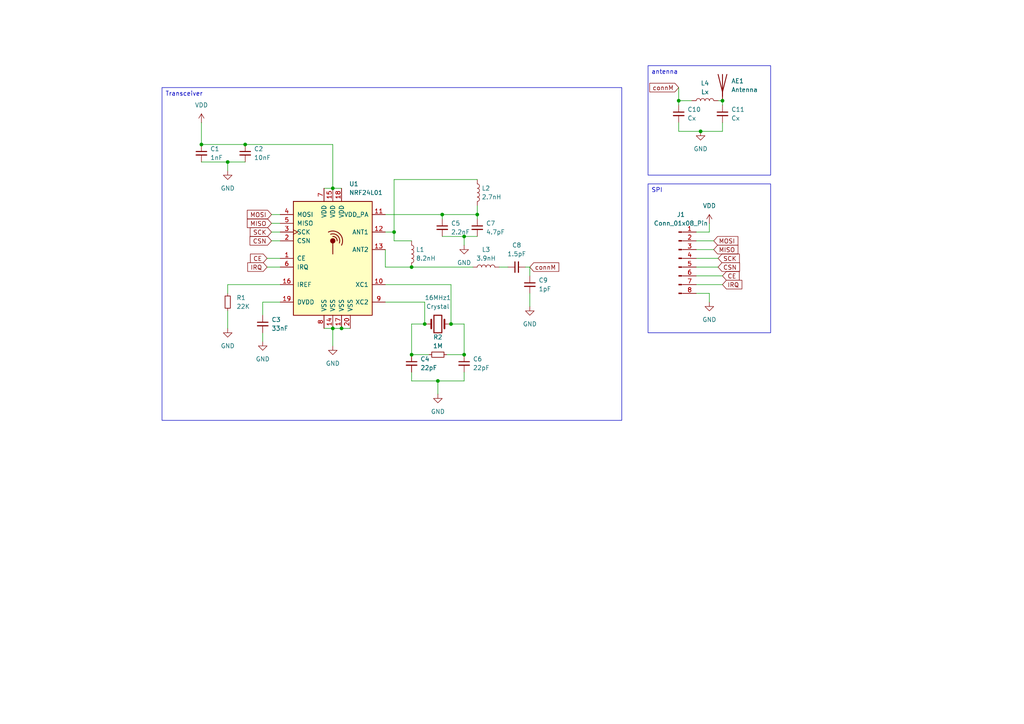
<source format=kicad_sch>
(kicad_sch
	(version 20231120)
	(generator "eeschema")
	(generator_version "8.0")
	(uuid "fb832e21-e271-488c-b19f-175e95e955cb")
	(paper "A4")
	(lib_symbols
		(symbol "Connector:Conn_01x08_Pin"
			(pin_names
				(offset 1.016) hide)
			(exclude_from_sim no)
			(in_bom yes)
			(on_board yes)
			(property "Reference" "J"
				(at 0 10.16 0)
				(effects
					(font
						(size 1.27 1.27)
					)
				)
			)
			(property "Value" "Conn_01x08_Pin"
				(at 0 -12.7 0)
				(effects
					(font
						(size 1.27 1.27)
					)
				)
			)
			(property "Footprint" ""
				(at 0 0 0)
				(effects
					(font
						(size 1.27 1.27)
					)
					(hide yes)
				)
			)
			(property "Datasheet" "~"
				(at 0 0 0)
				(effects
					(font
						(size 1.27 1.27)
					)
					(hide yes)
				)
			)
			(property "Description" "Generic connector, single row, 01x08, script generated"
				(at 0 0 0)
				(effects
					(font
						(size 1.27 1.27)
					)
					(hide yes)
				)
			)
			(property "ki_locked" ""
				(at 0 0 0)
				(effects
					(font
						(size 1.27 1.27)
					)
				)
			)
			(property "ki_keywords" "connector"
				(at 0 0 0)
				(effects
					(font
						(size 1.27 1.27)
					)
					(hide yes)
				)
			)
			(property "ki_fp_filters" "Connector*:*_1x??_*"
				(at 0 0 0)
				(effects
					(font
						(size 1.27 1.27)
					)
					(hide yes)
				)
			)
			(symbol "Conn_01x08_Pin_1_1"
				(polyline
					(pts
						(xy 1.27 -10.16) (xy 0.8636 -10.16)
					)
					(stroke
						(width 0.1524)
						(type default)
					)
					(fill
						(type none)
					)
				)
				(polyline
					(pts
						(xy 1.27 -7.62) (xy 0.8636 -7.62)
					)
					(stroke
						(width 0.1524)
						(type default)
					)
					(fill
						(type none)
					)
				)
				(polyline
					(pts
						(xy 1.27 -5.08) (xy 0.8636 -5.08)
					)
					(stroke
						(width 0.1524)
						(type default)
					)
					(fill
						(type none)
					)
				)
				(polyline
					(pts
						(xy 1.27 -2.54) (xy 0.8636 -2.54)
					)
					(stroke
						(width 0.1524)
						(type default)
					)
					(fill
						(type none)
					)
				)
				(polyline
					(pts
						(xy 1.27 0) (xy 0.8636 0)
					)
					(stroke
						(width 0.1524)
						(type default)
					)
					(fill
						(type none)
					)
				)
				(polyline
					(pts
						(xy 1.27 2.54) (xy 0.8636 2.54)
					)
					(stroke
						(width 0.1524)
						(type default)
					)
					(fill
						(type none)
					)
				)
				(polyline
					(pts
						(xy 1.27 5.08) (xy 0.8636 5.08)
					)
					(stroke
						(width 0.1524)
						(type default)
					)
					(fill
						(type none)
					)
				)
				(polyline
					(pts
						(xy 1.27 7.62) (xy 0.8636 7.62)
					)
					(stroke
						(width 0.1524)
						(type default)
					)
					(fill
						(type none)
					)
				)
				(rectangle
					(start 0.8636 -10.033)
					(end 0 -10.287)
					(stroke
						(width 0.1524)
						(type default)
					)
					(fill
						(type outline)
					)
				)
				(rectangle
					(start 0.8636 -7.493)
					(end 0 -7.747)
					(stroke
						(width 0.1524)
						(type default)
					)
					(fill
						(type outline)
					)
				)
				(rectangle
					(start 0.8636 -4.953)
					(end 0 -5.207)
					(stroke
						(width 0.1524)
						(type default)
					)
					(fill
						(type outline)
					)
				)
				(rectangle
					(start 0.8636 -2.413)
					(end 0 -2.667)
					(stroke
						(width 0.1524)
						(type default)
					)
					(fill
						(type outline)
					)
				)
				(rectangle
					(start 0.8636 0.127)
					(end 0 -0.127)
					(stroke
						(width 0.1524)
						(type default)
					)
					(fill
						(type outline)
					)
				)
				(rectangle
					(start 0.8636 2.667)
					(end 0 2.413)
					(stroke
						(width 0.1524)
						(type default)
					)
					(fill
						(type outline)
					)
				)
				(rectangle
					(start 0.8636 5.207)
					(end 0 4.953)
					(stroke
						(width 0.1524)
						(type default)
					)
					(fill
						(type outline)
					)
				)
				(rectangle
					(start 0.8636 7.747)
					(end 0 7.493)
					(stroke
						(width 0.1524)
						(type default)
					)
					(fill
						(type outline)
					)
				)
				(pin passive line
					(at 5.08 7.62 180)
					(length 3.81)
					(name "Pin_1"
						(effects
							(font
								(size 1.27 1.27)
							)
						)
					)
					(number "1"
						(effects
							(font
								(size 1.27 1.27)
							)
						)
					)
				)
				(pin passive line
					(at 5.08 5.08 180)
					(length 3.81)
					(name "Pin_2"
						(effects
							(font
								(size 1.27 1.27)
							)
						)
					)
					(number "2"
						(effects
							(font
								(size 1.27 1.27)
							)
						)
					)
				)
				(pin passive line
					(at 5.08 2.54 180)
					(length 3.81)
					(name "Pin_3"
						(effects
							(font
								(size 1.27 1.27)
							)
						)
					)
					(number "3"
						(effects
							(font
								(size 1.27 1.27)
							)
						)
					)
				)
				(pin passive line
					(at 5.08 0 180)
					(length 3.81)
					(name "Pin_4"
						(effects
							(font
								(size 1.27 1.27)
							)
						)
					)
					(number "4"
						(effects
							(font
								(size 1.27 1.27)
							)
						)
					)
				)
				(pin passive line
					(at 5.08 -2.54 180)
					(length 3.81)
					(name "Pin_5"
						(effects
							(font
								(size 1.27 1.27)
							)
						)
					)
					(number "5"
						(effects
							(font
								(size 1.27 1.27)
							)
						)
					)
				)
				(pin passive line
					(at 5.08 -5.08 180)
					(length 3.81)
					(name "Pin_6"
						(effects
							(font
								(size 1.27 1.27)
							)
						)
					)
					(number "6"
						(effects
							(font
								(size 1.27 1.27)
							)
						)
					)
				)
				(pin passive line
					(at 5.08 -7.62 180)
					(length 3.81)
					(name "Pin_7"
						(effects
							(font
								(size 1.27 1.27)
							)
						)
					)
					(number "7"
						(effects
							(font
								(size 1.27 1.27)
							)
						)
					)
				)
				(pin passive line
					(at 5.08 -10.16 180)
					(length 3.81)
					(name "Pin_8"
						(effects
							(font
								(size 1.27 1.27)
							)
						)
					)
					(number "8"
						(effects
							(font
								(size 1.27 1.27)
							)
						)
					)
				)
			)
		)
		(symbol "Device:Antenna"
			(pin_numbers hide)
			(pin_names
				(offset 1.016) hide)
			(exclude_from_sim no)
			(in_bom yes)
			(on_board yes)
			(property "Reference" "AE"
				(at -1.905 1.905 0)
				(effects
					(font
						(size 1.27 1.27)
					)
					(justify right)
				)
			)
			(property "Value" "Antenna"
				(at -1.905 0 0)
				(effects
					(font
						(size 1.27 1.27)
					)
					(justify right)
				)
			)
			(property "Footprint" ""
				(at 0 0 0)
				(effects
					(font
						(size 1.27 1.27)
					)
					(hide yes)
				)
			)
			(property "Datasheet" "~"
				(at 0 0 0)
				(effects
					(font
						(size 1.27 1.27)
					)
					(hide yes)
				)
			)
			(property "Description" "Antenna"
				(at 0 0 0)
				(effects
					(font
						(size 1.27 1.27)
					)
					(hide yes)
				)
			)
			(property "ki_keywords" "antenna"
				(at 0 0 0)
				(effects
					(font
						(size 1.27 1.27)
					)
					(hide yes)
				)
			)
			(symbol "Antenna_0_1"
				(polyline
					(pts
						(xy 0 2.54) (xy 0 -3.81)
					)
					(stroke
						(width 0.254)
						(type default)
					)
					(fill
						(type none)
					)
				)
				(polyline
					(pts
						(xy 1.27 2.54) (xy 0 -2.54) (xy -1.27 2.54)
					)
					(stroke
						(width 0.254)
						(type default)
					)
					(fill
						(type none)
					)
				)
			)
			(symbol "Antenna_1_1"
				(pin input line
					(at 0 -5.08 90)
					(length 2.54)
					(name "A"
						(effects
							(font
								(size 1.27 1.27)
							)
						)
					)
					(number "1"
						(effects
							(font
								(size 1.27 1.27)
							)
						)
					)
				)
			)
		)
		(symbol "Device:C_Small"
			(pin_numbers hide)
			(pin_names
				(offset 0.254) hide)
			(exclude_from_sim no)
			(in_bom yes)
			(on_board yes)
			(property "Reference" "C"
				(at 0.254 1.778 0)
				(effects
					(font
						(size 1.27 1.27)
					)
					(justify left)
				)
			)
			(property "Value" "C_Small"
				(at 0.254 -2.032 0)
				(effects
					(font
						(size 1.27 1.27)
					)
					(justify left)
				)
			)
			(property "Footprint" ""
				(at 0 0 0)
				(effects
					(font
						(size 1.27 1.27)
					)
					(hide yes)
				)
			)
			(property "Datasheet" "~"
				(at 0 0 0)
				(effects
					(font
						(size 1.27 1.27)
					)
					(hide yes)
				)
			)
			(property "Description" "Unpolarized capacitor, small symbol"
				(at 0 0 0)
				(effects
					(font
						(size 1.27 1.27)
					)
					(hide yes)
				)
			)
			(property "ki_keywords" "capacitor cap"
				(at 0 0 0)
				(effects
					(font
						(size 1.27 1.27)
					)
					(hide yes)
				)
			)
			(property "ki_fp_filters" "C_*"
				(at 0 0 0)
				(effects
					(font
						(size 1.27 1.27)
					)
					(hide yes)
				)
			)
			(symbol "C_Small_0_1"
				(polyline
					(pts
						(xy -1.524 -0.508) (xy 1.524 -0.508)
					)
					(stroke
						(width 0.3302)
						(type default)
					)
					(fill
						(type none)
					)
				)
				(polyline
					(pts
						(xy -1.524 0.508) (xy 1.524 0.508)
					)
					(stroke
						(width 0.3048)
						(type default)
					)
					(fill
						(type none)
					)
				)
			)
			(symbol "C_Small_1_1"
				(pin passive line
					(at 0 2.54 270)
					(length 2.032)
					(name "~"
						(effects
							(font
								(size 1.27 1.27)
							)
						)
					)
					(number "1"
						(effects
							(font
								(size 1.27 1.27)
							)
						)
					)
				)
				(pin passive line
					(at 0 -2.54 90)
					(length 2.032)
					(name "~"
						(effects
							(font
								(size 1.27 1.27)
							)
						)
					)
					(number "2"
						(effects
							(font
								(size 1.27 1.27)
							)
						)
					)
				)
			)
		)
		(symbol "Device:Crystal"
			(pin_numbers hide)
			(pin_names
				(offset 1.016) hide)
			(exclude_from_sim no)
			(in_bom yes)
			(on_board yes)
			(property "Reference" "Y"
				(at 0 3.81 0)
				(effects
					(font
						(size 1.27 1.27)
					)
				)
			)
			(property "Value" "Crystal"
				(at 0 -3.81 0)
				(effects
					(font
						(size 1.27 1.27)
					)
				)
			)
			(property "Footprint" ""
				(at 0 0 0)
				(effects
					(font
						(size 1.27 1.27)
					)
					(hide yes)
				)
			)
			(property "Datasheet" "~"
				(at 0 0 0)
				(effects
					(font
						(size 1.27 1.27)
					)
					(hide yes)
				)
			)
			(property "Description" "Two pin crystal"
				(at 0 0 0)
				(effects
					(font
						(size 1.27 1.27)
					)
					(hide yes)
				)
			)
			(property "ki_keywords" "quartz ceramic resonator oscillator"
				(at 0 0 0)
				(effects
					(font
						(size 1.27 1.27)
					)
					(hide yes)
				)
			)
			(property "ki_fp_filters" "Crystal*"
				(at 0 0 0)
				(effects
					(font
						(size 1.27 1.27)
					)
					(hide yes)
				)
			)
			(symbol "Crystal_0_1"
				(rectangle
					(start -1.143 2.54)
					(end 1.143 -2.54)
					(stroke
						(width 0.3048)
						(type default)
					)
					(fill
						(type none)
					)
				)
				(polyline
					(pts
						(xy -2.54 0) (xy -1.905 0)
					)
					(stroke
						(width 0)
						(type default)
					)
					(fill
						(type none)
					)
				)
				(polyline
					(pts
						(xy -1.905 -1.27) (xy -1.905 1.27)
					)
					(stroke
						(width 0.508)
						(type default)
					)
					(fill
						(type none)
					)
				)
				(polyline
					(pts
						(xy 1.905 -1.27) (xy 1.905 1.27)
					)
					(stroke
						(width 0.508)
						(type default)
					)
					(fill
						(type none)
					)
				)
				(polyline
					(pts
						(xy 2.54 0) (xy 1.905 0)
					)
					(stroke
						(width 0)
						(type default)
					)
					(fill
						(type none)
					)
				)
			)
			(symbol "Crystal_1_1"
				(pin passive line
					(at -3.81 0 0)
					(length 1.27)
					(name "1"
						(effects
							(font
								(size 1.27 1.27)
							)
						)
					)
					(number "1"
						(effects
							(font
								(size 1.27 1.27)
							)
						)
					)
				)
				(pin passive line
					(at 3.81 0 180)
					(length 1.27)
					(name "2"
						(effects
							(font
								(size 1.27 1.27)
							)
						)
					)
					(number "2"
						(effects
							(font
								(size 1.27 1.27)
							)
						)
					)
				)
			)
		)
		(symbol "Device:L"
			(pin_numbers hide)
			(pin_names
				(offset 1.016) hide)
			(exclude_from_sim no)
			(in_bom yes)
			(on_board yes)
			(property "Reference" "L"
				(at -1.27 0 90)
				(effects
					(font
						(size 1.27 1.27)
					)
				)
			)
			(property "Value" "L"
				(at 1.905 0 90)
				(effects
					(font
						(size 1.27 1.27)
					)
				)
			)
			(property "Footprint" ""
				(at 0 0 0)
				(effects
					(font
						(size 1.27 1.27)
					)
					(hide yes)
				)
			)
			(property "Datasheet" "~"
				(at 0 0 0)
				(effects
					(font
						(size 1.27 1.27)
					)
					(hide yes)
				)
			)
			(property "Description" "Inductor"
				(at 0 0 0)
				(effects
					(font
						(size 1.27 1.27)
					)
					(hide yes)
				)
			)
			(property "ki_keywords" "inductor choke coil reactor magnetic"
				(at 0 0 0)
				(effects
					(font
						(size 1.27 1.27)
					)
					(hide yes)
				)
			)
			(property "ki_fp_filters" "Choke_* *Coil* Inductor_* L_*"
				(at 0 0 0)
				(effects
					(font
						(size 1.27 1.27)
					)
					(hide yes)
				)
			)
			(symbol "L_0_1"
				(arc
					(start 0 -2.54)
					(mid 0.6323 -1.905)
					(end 0 -1.27)
					(stroke
						(width 0)
						(type default)
					)
					(fill
						(type none)
					)
				)
				(arc
					(start 0 -1.27)
					(mid 0.6323 -0.635)
					(end 0 0)
					(stroke
						(width 0)
						(type default)
					)
					(fill
						(type none)
					)
				)
				(arc
					(start 0 0)
					(mid 0.6323 0.635)
					(end 0 1.27)
					(stroke
						(width 0)
						(type default)
					)
					(fill
						(type none)
					)
				)
				(arc
					(start 0 1.27)
					(mid 0.6323 1.905)
					(end 0 2.54)
					(stroke
						(width 0)
						(type default)
					)
					(fill
						(type none)
					)
				)
			)
			(symbol "L_1_1"
				(pin passive line
					(at 0 3.81 270)
					(length 1.27)
					(name "1"
						(effects
							(font
								(size 1.27 1.27)
							)
						)
					)
					(number "1"
						(effects
							(font
								(size 1.27 1.27)
							)
						)
					)
				)
				(pin passive line
					(at 0 -3.81 90)
					(length 1.27)
					(name "2"
						(effects
							(font
								(size 1.27 1.27)
							)
						)
					)
					(number "2"
						(effects
							(font
								(size 1.27 1.27)
							)
						)
					)
				)
			)
		)
		(symbol "Device:R_Small"
			(pin_numbers hide)
			(pin_names
				(offset 0.254) hide)
			(exclude_from_sim no)
			(in_bom yes)
			(on_board yes)
			(property "Reference" "R"
				(at 0.762 0.508 0)
				(effects
					(font
						(size 1.27 1.27)
					)
					(justify left)
				)
			)
			(property "Value" "R_Small"
				(at 0.762 -1.016 0)
				(effects
					(font
						(size 1.27 1.27)
					)
					(justify left)
				)
			)
			(property "Footprint" ""
				(at 0 0 0)
				(effects
					(font
						(size 1.27 1.27)
					)
					(hide yes)
				)
			)
			(property "Datasheet" "~"
				(at 0 0 0)
				(effects
					(font
						(size 1.27 1.27)
					)
					(hide yes)
				)
			)
			(property "Description" "Resistor, small symbol"
				(at 0 0 0)
				(effects
					(font
						(size 1.27 1.27)
					)
					(hide yes)
				)
			)
			(property "ki_keywords" "R resistor"
				(at 0 0 0)
				(effects
					(font
						(size 1.27 1.27)
					)
					(hide yes)
				)
			)
			(property "ki_fp_filters" "R_*"
				(at 0 0 0)
				(effects
					(font
						(size 1.27 1.27)
					)
					(hide yes)
				)
			)
			(symbol "R_Small_0_1"
				(rectangle
					(start -0.762 1.778)
					(end 0.762 -1.778)
					(stroke
						(width 0.2032)
						(type default)
					)
					(fill
						(type none)
					)
				)
			)
			(symbol "R_Small_1_1"
				(pin passive line
					(at 0 2.54 270)
					(length 0.762)
					(name "~"
						(effects
							(font
								(size 1.27 1.27)
							)
						)
					)
					(number "1"
						(effects
							(font
								(size 1.27 1.27)
							)
						)
					)
				)
				(pin passive line
					(at 0 -2.54 90)
					(length 0.762)
					(name "~"
						(effects
							(font
								(size 1.27 1.27)
							)
						)
					)
					(number "2"
						(effects
							(font
								(size 1.27 1.27)
							)
						)
					)
				)
			)
		)
		(symbol "RF:NRF24L01"
			(pin_names
				(offset 1.016)
			)
			(exclude_from_sim no)
			(in_bom yes)
			(on_board yes)
			(property "Reference" "U"
				(at -11.43 17.78 0)
				(effects
					(font
						(size 1.27 1.27)
					)
					(justify left)
				)
			)
			(property "Value" "NRF24L01"
				(at 5.08 17.78 0)
				(effects
					(font
						(size 1.27 1.27)
					)
					(justify left)
				)
			)
			(property "Footprint" "Package_DFN_QFN:QFN-20-1EP_4x4mm_P0.5mm_EP2.5x2.5mm"
				(at 5.08 20.32 0)
				(effects
					(font
						(size 1.27 1.27)
						(italic yes)
					)
					(justify left)
					(hide yes)
				)
			)
			(property "Datasheet" "http://www.nordicsemi.com/eng/content/download/2730/34105/file/nRF24L01_Product_Specification_v2_0.pdf"
				(at 0 2.54 0)
				(effects
					(font
						(size 1.27 1.27)
					)
					(hide yes)
				)
			)
			(property "Description" "Ultra low power 2.4GHz RF Transceiver, QFN-20"
				(at 0 0 0)
				(effects
					(font
						(size 1.27 1.27)
					)
					(hide yes)
				)
			)
			(property "ki_keywords" "Low Power RF Transceiver"
				(at 0 0 0)
				(effects
					(font
						(size 1.27 1.27)
					)
					(hide yes)
				)
			)
			(property "ki_fp_filters" "QFN*4x4*0.5mm*"
				(at 0 0 0)
				(effects
					(font
						(size 1.27 1.27)
					)
					(hide yes)
				)
			)
			(symbol "NRF24L01_0_1"
				(rectangle
					(start -11.43 16.51)
					(end 11.43 -16.51)
					(stroke
						(width 0.254)
						(type default)
					)
					(fill
						(type background)
					)
				)
				(polyline
					(pts
						(xy 0 4.445) (xy 0 1.27)
					)
					(stroke
						(width 0.254)
						(type default)
					)
					(fill
						(type none)
					)
				)
				(circle
					(center 0 5.08)
					(radius 0.635)
					(stroke
						(width 0.254)
						(type default)
					)
					(fill
						(type outline)
					)
				)
				(arc
					(start 1.27 5.08)
					(mid 0.9071 5.9946)
					(end 0 6.35)
					(stroke
						(width 0.254)
						(type default)
					)
					(fill
						(type none)
					)
				)
				(arc
					(start 1.905 4.445)
					(mid 1.4313 6.5254)
					(end -0.635 6.985)
					(stroke
						(width 0.254)
						(type default)
					)
					(fill
						(type none)
					)
				)
				(arc
					(start 2.54 3.81)
					(mid 2.008 7.088)
					(end -1.27 7.62)
					(stroke
						(width 0.254)
						(type default)
					)
					(fill
						(type none)
					)
				)
				(rectangle
					(start 11.43 -13.97)
					(end 11.43 -13.97)
					(stroke
						(width 0)
						(type default)
					)
					(fill
						(type none)
					)
				)
			)
			(symbol "NRF24L01_1_1"
				(pin input line
					(at -15.24 0 0)
					(length 3.81)
					(name "CE"
						(effects
							(font
								(size 1.27 1.27)
							)
						)
					)
					(number "1"
						(effects
							(font
								(size 1.27 1.27)
							)
						)
					)
				)
				(pin passive line
					(at 15.24 -7.62 180)
					(length 3.81)
					(name "XC1"
						(effects
							(font
								(size 1.27 1.27)
							)
						)
					)
					(number "10"
						(effects
							(font
								(size 1.27 1.27)
							)
						)
					)
				)
				(pin power_out line
					(at 15.24 12.7 180)
					(length 3.81)
					(name "VDD_PA"
						(effects
							(font
								(size 1.27 1.27)
							)
						)
					)
					(number "11"
						(effects
							(font
								(size 1.27 1.27)
							)
						)
					)
				)
				(pin passive line
					(at 15.24 7.62 180)
					(length 3.81)
					(name "ANT1"
						(effects
							(font
								(size 1.27 1.27)
							)
						)
					)
					(number "12"
						(effects
							(font
								(size 1.27 1.27)
							)
						)
					)
				)
				(pin passive line
					(at 15.24 2.54 180)
					(length 3.81)
					(name "ANT2"
						(effects
							(font
								(size 1.27 1.27)
							)
						)
					)
					(number "13"
						(effects
							(font
								(size 1.27 1.27)
							)
						)
					)
				)
				(pin power_in line
					(at 0 -20.32 90)
					(length 3.81)
					(name "VSS"
						(effects
							(font
								(size 1.27 1.27)
							)
						)
					)
					(number "14"
						(effects
							(font
								(size 1.27 1.27)
							)
						)
					)
				)
				(pin power_in line
					(at 0 20.32 270)
					(length 3.81)
					(name "VDD"
						(effects
							(font
								(size 1.27 1.27)
							)
						)
					)
					(number "15"
						(effects
							(font
								(size 1.27 1.27)
							)
						)
					)
				)
				(pin passive line
					(at -15.24 -7.62 0)
					(length 3.81)
					(name "IREF"
						(effects
							(font
								(size 1.27 1.27)
							)
						)
					)
					(number "16"
						(effects
							(font
								(size 1.27 1.27)
							)
						)
					)
				)
				(pin power_in line
					(at 2.54 -20.32 90)
					(length 3.81)
					(name "VSS"
						(effects
							(font
								(size 1.27 1.27)
							)
						)
					)
					(number "17"
						(effects
							(font
								(size 1.27 1.27)
							)
						)
					)
				)
				(pin power_in line
					(at 2.54 20.32 270)
					(length 3.81)
					(name "VDD"
						(effects
							(font
								(size 1.27 1.27)
							)
						)
					)
					(number "18"
						(effects
							(font
								(size 1.27 1.27)
							)
						)
					)
				)
				(pin power_out line
					(at -15.24 -12.7 0)
					(length 3.81)
					(name "DVDD"
						(effects
							(font
								(size 1.27 1.27)
							)
						)
					)
					(number "19"
						(effects
							(font
								(size 1.27 1.27)
							)
						)
					)
				)
				(pin input line
					(at -15.24 5.08 0)
					(length 3.81)
					(name "CSN"
						(effects
							(font
								(size 1.27 1.27)
							)
						)
					)
					(number "2"
						(effects
							(font
								(size 1.27 1.27)
							)
						)
					)
				)
				(pin power_in line
					(at 5.08 -20.32 90)
					(length 3.81)
					(name "VSS"
						(effects
							(font
								(size 1.27 1.27)
							)
						)
					)
					(number "20"
						(effects
							(font
								(size 1.27 1.27)
							)
						)
					)
				)
				(pin input clock
					(at -15.24 7.62 0)
					(length 3.81)
					(name "SCK"
						(effects
							(font
								(size 1.27 1.27)
							)
						)
					)
					(number "3"
						(effects
							(font
								(size 1.27 1.27)
							)
						)
					)
				)
				(pin input line
					(at -15.24 12.7 0)
					(length 3.81)
					(name "MOSI"
						(effects
							(font
								(size 1.27 1.27)
							)
						)
					)
					(number "4"
						(effects
							(font
								(size 1.27 1.27)
							)
						)
					)
				)
				(pin output line
					(at -15.24 10.16 0)
					(length 3.81)
					(name "MISO"
						(effects
							(font
								(size 1.27 1.27)
							)
						)
					)
					(number "5"
						(effects
							(font
								(size 1.27 1.27)
							)
						)
					)
				)
				(pin output line
					(at -15.24 -2.54 0)
					(length 3.81)
					(name "IRQ"
						(effects
							(font
								(size 1.27 1.27)
							)
						)
					)
					(number "6"
						(effects
							(font
								(size 1.27 1.27)
							)
						)
					)
				)
				(pin power_in line
					(at -2.54 20.32 270)
					(length 3.81)
					(name "VDD"
						(effects
							(font
								(size 1.27 1.27)
							)
						)
					)
					(number "7"
						(effects
							(font
								(size 1.27 1.27)
							)
						)
					)
				)
				(pin power_in line
					(at -2.54 -20.32 90)
					(length 3.81)
					(name "VSS"
						(effects
							(font
								(size 1.27 1.27)
							)
						)
					)
					(number "8"
						(effects
							(font
								(size 1.27 1.27)
							)
						)
					)
				)
				(pin passive line
					(at 15.24 -12.7 180)
					(length 3.81)
					(name "XC2"
						(effects
							(font
								(size 1.27 1.27)
							)
						)
					)
					(number "9"
						(effects
							(font
								(size 1.27 1.27)
							)
						)
					)
				)
			)
		)
		(symbol "power:GND"
			(power)
			(pin_numbers hide)
			(pin_names
				(offset 0) hide)
			(exclude_from_sim no)
			(in_bom yes)
			(on_board yes)
			(property "Reference" "#PWR"
				(at 0 -6.35 0)
				(effects
					(font
						(size 1.27 1.27)
					)
					(hide yes)
				)
			)
			(property "Value" "GND"
				(at 0 -3.81 0)
				(effects
					(font
						(size 1.27 1.27)
					)
				)
			)
			(property "Footprint" ""
				(at 0 0 0)
				(effects
					(font
						(size 1.27 1.27)
					)
					(hide yes)
				)
			)
			(property "Datasheet" ""
				(at 0 0 0)
				(effects
					(font
						(size 1.27 1.27)
					)
					(hide yes)
				)
			)
			(property "Description" "Power symbol creates a global label with name \"GND\" , ground"
				(at 0 0 0)
				(effects
					(font
						(size 1.27 1.27)
					)
					(hide yes)
				)
			)
			(property "ki_keywords" "global power"
				(at 0 0 0)
				(effects
					(font
						(size 1.27 1.27)
					)
					(hide yes)
				)
			)
			(symbol "GND_0_1"
				(polyline
					(pts
						(xy 0 0) (xy 0 -1.27) (xy 1.27 -1.27) (xy 0 -2.54) (xy -1.27 -1.27) (xy 0 -1.27)
					)
					(stroke
						(width 0)
						(type default)
					)
					(fill
						(type none)
					)
				)
			)
			(symbol "GND_1_1"
				(pin power_in line
					(at 0 0 270)
					(length 0)
					(name "~"
						(effects
							(font
								(size 1.27 1.27)
							)
						)
					)
					(number "1"
						(effects
							(font
								(size 1.27 1.27)
							)
						)
					)
				)
			)
		)
		(symbol "power:VDD"
			(power)
			(pin_numbers hide)
			(pin_names
				(offset 0) hide)
			(exclude_from_sim no)
			(in_bom yes)
			(on_board yes)
			(property "Reference" "#PWR"
				(at 0 -3.81 0)
				(effects
					(font
						(size 1.27 1.27)
					)
					(hide yes)
				)
			)
			(property "Value" "VDD"
				(at 0 3.556 0)
				(effects
					(font
						(size 1.27 1.27)
					)
				)
			)
			(property "Footprint" ""
				(at 0 0 0)
				(effects
					(font
						(size 1.27 1.27)
					)
					(hide yes)
				)
			)
			(property "Datasheet" ""
				(at 0 0 0)
				(effects
					(font
						(size 1.27 1.27)
					)
					(hide yes)
				)
			)
			(property "Description" "Power symbol creates a global label with name \"VDD\""
				(at 0 0 0)
				(effects
					(font
						(size 1.27 1.27)
					)
					(hide yes)
				)
			)
			(property "ki_keywords" "global power"
				(at 0 0 0)
				(effects
					(font
						(size 1.27 1.27)
					)
					(hide yes)
				)
			)
			(symbol "VDD_0_1"
				(polyline
					(pts
						(xy -0.762 1.27) (xy 0 2.54)
					)
					(stroke
						(width 0)
						(type default)
					)
					(fill
						(type none)
					)
				)
				(polyline
					(pts
						(xy 0 0) (xy 0 2.54)
					)
					(stroke
						(width 0)
						(type default)
					)
					(fill
						(type none)
					)
				)
				(polyline
					(pts
						(xy 0 2.54) (xy 0.762 1.27)
					)
					(stroke
						(width 0)
						(type default)
					)
					(fill
						(type none)
					)
				)
			)
			(symbol "VDD_1_1"
				(pin power_in line
					(at 0 0 90)
					(length 0)
					(name "~"
						(effects
							(font
								(size 1.27 1.27)
							)
						)
					)
					(number "1"
						(effects
							(font
								(size 1.27 1.27)
							)
						)
					)
				)
			)
		)
	)
	(junction
		(at 196.85 29.21)
		(diameter 0)
		(color 0 0 0 0)
		(uuid "0428143e-f796-4831-934c-273525842863")
	)
	(junction
		(at 119.38 77.47)
		(diameter 0)
		(color 0 0 0 0)
		(uuid "0819e882-0da9-49f1-91ca-bda81514a4a5")
	)
	(junction
		(at 134.62 102.87)
		(diameter 0)
		(color 0 0 0 0)
		(uuid "178df367-73f8-4a29-966b-9a93cc913c37")
	)
	(junction
		(at 138.43 62.23)
		(diameter 0)
		(color 0 0 0 0)
		(uuid "2652f819-d11f-441f-9401-6bc44aa8d5e5")
	)
	(junction
		(at 203.2 38.1)
		(diameter 0)
		(color 0 0 0 0)
		(uuid "27ac03d0-aafc-4abb-ad6e-2cead79dab14")
	)
	(junction
		(at 130.81 93.98)
		(diameter 0)
		(color 0 0 0 0)
		(uuid "428ab634-40a9-4db8-8c81-1d1c66db46c9")
	)
	(junction
		(at 209.55 29.21)
		(diameter 0)
		(color 0 0 0 0)
		(uuid "54b4b5df-64f0-4e89-b82b-2f0b19bce0c6")
	)
	(junction
		(at 96.52 95.25)
		(diameter 0)
		(color 0 0 0 0)
		(uuid "6fbd2cb1-3f95-499a-bd09-b20627b98021")
	)
	(junction
		(at 99.06 95.25)
		(diameter 0)
		(color 0 0 0 0)
		(uuid "844a896d-ff23-4860-aaf6-e724c773e433")
	)
	(junction
		(at 114.3 67.31)
		(diameter 0)
		(color 0 0 0 0)
		(uuid "8ab50cfa-d5ca-4bb7-a175-a1c49bcf3b21")
	)
	(junction
		(at 96.52 54.61)
		(diameter 0)
		(color 0 0 0 0)
		(uuid "8f5529ff-bb69-4f87-888e-3ff1f215f3fb")
	)
	(junction
		(at 66.04 46.99)
		(diameter 0)
		(color 0 0 0 0)
		(uuid "b529df5b-459e-4244-b3d6-1d082fae9b30")
	)
	(junction
		(at 127 110.49)
		(diameter 0)
		(color 0 0 0 0)
		(uuid "bd981e99-a64c-4280-b94c-5e1907875af8")
	)
	(junction
		(at 71.12 41.91)
		(diameter 0)
		(color 0 0 0 0)
		(uuid "c325503b-6efc-4684-ba69-fef96aa34c1d")
	)
	(junction
		(at 128.27 62.23)
		(diameter 0)
		(color 0 0 0 0)
		(uuid "c6b97a4d-bef5-4f74-a306-5cd65b6d111c")
	)
	(junction
		(at 119.38 102.87)
		(diameter 0)
		(color 0 0 0 0)
		(uuid "cc3a9736-3f83-4396-b079-b87acf511776")
	)
	(junction
		(at 123.19 93.98)
		(diameter 0)
		(color 0 0 0 0)
		(uuid "f669d246-73ee-4f52-9d08-aaafcc768193")
	)
	(junction
		(at 58.42 41.91)
		(diameter 0)
		(color 0 0 0 0)
		(uuid "f9e472f5-765b-4684-9fe6-21d2a8688453")
	)
	(junction
		(at 134.62 68.58)
		(diameter 0)
		(color 0 0 0 0)
		(uuid "fb4f2a3c-7d07-4dd0-bd28-a05420a23826")
	)
	(wire
		(pts
			(xy 205.74 64.77) (xy 205.74 67.31)
		)
		(stroke
			(width 0)
			(type default)
		)
		(uuid "009034e9-12c9-4392-9616-0c27c70778e7")
	)
	(wire
		(pts
			(xy 111.76 82.55) (xy 130.81 82.55)
		)
		(stroke
			(width 0)
			(type default)
		)
		(uuid "01a5c997-0b87-4d32-a5ed-cbde33559f76")
	)
	(wire
		(pts
			(xy 201.93 72.39) (xy 207.01 72.39)
		)
		(stroke
			(width 0)
			(type default)
		)
		(uuid "0298daae-6aaa-4270-ae61-a4ced91591db")
	)
	(wire
		(pts
			(xy 66.04 85.09) (xy 66.04 82.55)
		)
		(stroke
			(width 0)
			(type default)
		)
		(uuid "04861eae-0236-4ecb-ab84-d4b87f1f3a0a")
	)
	(wire
		(pts
			(xy 76.2 87.63) (xy 81.28 87.63)
		)
		(stroke
			(width 0)
			(type default)
		)
		(uuid "08282dd9-88fe-4433-b20e-45f351ce567b")
	)
	(wire
		(pts
			(xy 111.76 87.63) (xy 123.19 87.63)
		)
		(stroke
			(width 0)
			(type default)
		)
		(uuid "0a155908-1b05-4a3b-a93c-db74ae6a22ac")
	)
	(wire
		(pts
			(xy 129.54 102.87) (xy 134.62 102.87)
		)
		(stroke
			(width 0)
			(type default)
		)
		(uuid "0cafd0e6-0c66-4fe2-99dc-aa952463b574")
	)
	(wire
		(pts
			(xy 119.38 110.49) (xy 127 110.49)
		)
		(stroke
			(width 0)
			(type default)
		)
		(uuid "0dcb2e62-1cfc-4a28-bc6c-c4c0217edf3f")
	)
	(wire
		(pts
			(xy 111.76 67.31) (xy 114.3 67.31)
		)
		(stroke
			(width 0)
			(type default)
		)
		(uuid "0f22eddb-2ac7-4ac7-b047-dd9f9c08f562")
	)
	(wire
		(pts
			(xy 114.3 69.85) (xy 119.38 69.85)
		)
		(stroke
			(width 0)
			(type default)
		)
		(uuid "10251689-52e9-4a85-8d5a-b67df90df424")
	)
	(wire
		(pts
			(xy 66.04 46.99) (xy 66.04 49.53)
		)
		(stroke
			(width 0)
			(type default)
		)
		(uuid "11d13505-cda7-4adb-b378-f3bd88f94470")
	)
	(wire
		(pts
			(xy 153.67 80.01) (xy 153.67 77.47)
		)
		(stroke
			(width 0)
			(type default)
		)
		(uuid "177844c6-eb40-4714-a05c-ae24312aa835")
	)
	(wire
		(pts
			(xy 78.74 62.23) (xy 81.28 62.23)
		)
		(stroke
			(width 0)
			(type default)
		)
		(uuid "1d3086b3-d15e-4423-a705-1d744a348fad")
	)
	(wire
		(pts
			(xy 123.19 87.63) (xy 123.19 93.98)
		)
		(stroke
			(width 0)
			(type default)
		)
		(uuid "2043f3b1-c3a0-49af-abea-ce921b019202")
	)
	(wire
		(pts
			(xy 96.52 95.25) (xy 99.06 95.25)
		)
		(stroke
			(width 0)
			(type default)
		)
		(uuid "22e76a87-0ee0-4e4b-82e6-c2c99785072c")
	)
	(wire
		(pts
			(xy 119.38 107.95) (xy 119.38 110.49)
		)
		(stroke
			(width 0)
			(type default)
		)
		(uuid "295377a8-d4e5-4e7e-9a35-5bcde7e48790")
	)
	(wire
		(pts
			(xy 209.55 80.01) (xy 201.93 80.01)
		)
		(stroke
			(width 0)
			(type default)
		)
		(uuid "2dd78838-4a29-4174-bc2f-e3e4421fc6a1")
	)
	(wire
		(pts
			(xy 196.85 38.1) (xy 203.2 38.1)
		)
		(stroke
			(width 0)
			(type default)
		)
		(uuid "35e43049-5643-45d1-857f-5e2ac59c6a34")
	)
	(wire
		(pts
			(xy 138.43 62.23) (xy 128.27 62.23)
		)
		(stroke
			(width 0)
			(type default)
		)
		(uuid "380d380a-adab-4722-b7eb-7bf0b53fd959")
	)
	(wire
		(pts
			(xy 78.74 69.85) (xy 81.28 69.85)
		)
		(stroke
			(width 0)
			(type default)
		)
		(uuid "390bfd49-f511-4535-8d98-c39ed164254f")
	)
	(wire
		(pts
			(xy 138.43 63.5) (xy 138.43 62.23)
		)
		(stroke
			(width 0)
			(type default)
		)
		(uuid "3a6dc09d-b80b-4eba-819d-8047617bfcaa")
	)
	(wire
		(pts
			(xy 119.38 93.98) (xy 119.38 102.87)
		)
		(stroke
			(width 0)
			(type default)
		)
		(uuid "3af56db3-a0f9-4045-ab48-f94478a17546")
	)
	(wire
		(pts
			(xy 78.74 64.77) (xy 81.28 64.77)
		)
		(stroke
			(width 0)
			(type default)
		)
		(uuid "3c105eee-967d-4d49-adca-53749559d1bb")
	)
	(wire
		(pts
			(xy 119.38 77.47) (xy 137.16 77.47)
		)
		(stroke
			(width 0)
			(type default)
		)
		(uuid "3cad1f88-122d-4506-939c-4a24e7a7848d")
	)
	(wire
		(pts
			(xy 76.2 96.52) (xy 76.2 99.06)
		)
		(stroke
			(width 0)
			(type default)
		)
		(uuid "4173ca58-5688-427c-befe-668d1d43ec7e")
	)
	(wire
		(pts
			(xy 208.28 29.21) (xy 209.55 29.21)
		)
		(stroke
			(width 0)
			(type default)
		)
		(uuid "500dc78f-baf4-4b45-ac4d-60710145aa8c")
	)
	(wire
		(pts
			(xy 205.74 85.09) (xy 201.93 85.09)
		)
		(stroke
			(width 0)
			(type default)
		)
		(uuid "538bdf3a-ae1f-4a5e-8c4f-e4ea743db4ee")
	)
	(wire
		(pts
			(xy 196.85 35.56) (xy 196.85 38.1)
		)
		(stroke
			(width 0)
			(type default)
		)
		(uuid "58bf67d6-d628-48df-a046-cc287c10da0a")
	)
	(wire
		(pts
			(xy 96.52 41.91) (xy 71.12 41.91)
		)
		(stroke
			(width 0)
			(type default)
		)
		(uuid "5974bc82-be62-453f-82e9-60d614ff3969")
	)
	(wire
		(pts
			(xy 66.04 82.55) (xy 81.28 82.55)
		)
		(stroke
			(width 0)
			(type default)
		)
		(uuid "59c92089-fe6d-4be8-b64a-3e60ad798f44")
	)
	(wire
		(pts
			(xy 77.47 77.47) (xy 81.28 77.47)
		)
		(stroke
			(width 0)
			(type default)
		)
		(uuid "5e08fb9b-134f-47d4-b16a-14b16b9653ac")
	)
	(wire
		(pts
			(xy 66.04 90.17) (xy 66.04 95.25)
		)
		(stroke
			(width 0)
			(type default)
		)
		(uuid "5f268af8-1577-4f74-a442-6ea8f878e016")
	)
	(wire
		(pts
			(xy 96.52 54.61) (xy 96.52 41.91)
		)
		(stroke
			(width 0)
			(type default)
		)
		(uuid "5fd5a28a-ed4a-4944-be91-7a43ef3ef355")
	)
	(wire
		(pts
			(xy 66.04 46.99) (xy 71.12 46.99)
		)
		(stroke
			(width 0)
			(type default)
		)
		(uuid "61cfb8c7-0db1-4470-91ce-7ff25553879e")
	)
	(wire
		(pts
			(xy 138.43 68.58) (xy 134.62 68.58)
		)
		(stroke
			(width 0)
			(type default)
		)
		(uuid "643f3029-6e49-4c3c-96ba-0ea9a52f1bf2")
	)
	(wire
		(pts
			(xy 203.2 38.1) (xy 209.55 38.1)
		)
		(stroke
			(width 0)
			(type default)
		)
		(uuid "6886f7bd-af22-4845-8862-38f3315670a7")
	)
	(wire
		(pts
			(xy 124.46 102.87) (xy 119.38 102.87)
		)
		(stroke
			(width 0)
			(type default)
		)
		(uuid "69aeed97-e0d9-4564-9fc0-79870fdc3bda")
	)
	(wire
		(pts
			(xy 134.62 68.58) (xy 134.62 71.12)
		)
		(stroke
			(width 0)
			(type default)
		)
		(uuid "6a00ffd8-930d-46d5-b2c1-9df39614fc60")
	)
	(wire
		(pts
			(xy 58.42 35.56) (xy 58.42 41.91)
		)
		(stroke
			(width 0)
			(type default)
		)
		(uuid "6b93b796-1410-40f9-9aee-b6f5b9110b5c")
	)
	(wire
		(pts
			(xy 134.62 102.87) (xy 134.62 93.98)
		)
		(stroke
			(width 0)
			(type default)
		)
		(uuid "6babca43-a97b-40a8-a0f1-781e390bd0e3")
	)
	(wire
		(pts
			(xy 138.43 59.69) (xy 138.43 62.23)
		)
		(stroke
			(width 0)
			(type default)
		)
		(uuid "6c895d3c-fec3-4cc0-b1bf-6bb3f0954f05")
	)
	(wire
		(pts
			(xy 114.3 52.07) (xy 114.3 67.31)
		)
		(stroke
			(width 0)
			(type default)
		)
		(uuid "6d14b733-487e-492f-bc5e-c240854e0495")
	)
	(wire
		(pts
			(xy 153.67 77.47) (xy 152.4 77.47)
		)
		(stroke
			(width 0)
			(type default)
		)
		(uuid "6eb32675-94cf-4858-8563-ac0a68277b98")
	)
	(wire
		(pts
			(xy 93.98 95.25) (xy 96.52 95.25)
		)
		(stroke
			(width 0)
			(type default)
		)
		(uuid "719ad424-1d6a-4f3b-b206-7d51c2153618")
	)
	(wire
		(pts
			(xy 128.27 68.58) (xy 134.62 68.58)
		)
		(stroke
			(width 0)
			(type default)
		)
		(uuid "73c50184-5e4b-4cf0-bd1f-9d6e0ed6d5d7")
	)
	(wire
		(pts
			(xy 205.74 67.31) (xy 201.93 67.31)
		)
		(stroke
			(width 0)
			(type default)
		)
		(uuid "788950ed-0510-49ff-9cc8-aa4e80ffff7c")
	)
	(wire
		(pts
			(xy 196.85 29.21) (xy 200.66 29.21)
		)
		(stroke
			(width 0)
			(type default)
		)
		(uuid "7dc3b4d2-dea7-475f-a6ae-000c08294bcd")
	)
	(wire
		(pts
			(xy 205.74 87.63) (xy 205.74 85.09)
		)
		(stroke
			(width 0)
			(type default)
		)
		(uuid "82c4454b-6166-4111-b63e-9edc599dbb4c")
	)
	(wire
		(pts
			(xy 201.93 69.85) (xy 207.01 69.85)
		)
		(stroke
			(width 0)
			(type default)
		)
		(uuid "87a19764-2317-4a94-b96e-41cba68dd469")
	)
	(wire
		(pts
			(xy 201.93 77.47) (xy 208.28 77.47)
		)
		(stroke
			(width 0)
			(type default)
		)
		(uuid "8bad5e46-893c-459e-bbc9-f1be950af84b")
	)
	(wire
		(pts
			(xy 127 110.49) (xy 134.62 110.49)
		)
		(stroke
			(width 0)
			(type default)
		)
		(uuid "8c55f0d6-5f04-413f-a462-3910b2921bbb")
	)
	(wire
		(pts
			(xy 201.93 74.93) (xy 208.28 74.93)
		)
		(stroke
			(width 0)
			(type default)
		)
		(uuid "8e39c431-ad37-4c54-a48b-8db73a33e612")
	)
	(wire
		(pts
			(xy 196.85 29.21) (xy 196.85 30.48)
		)
		(stroke
			(width 0)
			(type default)
		)
		(uuid "8e6e327a-d46b-47bc-abd4-bab269618658")
	)
	(wire
		(pts
			(xy 127 110.49) (xy 127 114.3)
		)
		(stroke
			(width 0)
			(type default)
		)
		(uuid "8ec94d38-9f11-4129-9872-e9f67329813f")
	)
	(wire
		(pts
			(xy 209.55 38.1) (xy 209.55 35.56)
		)
		(stroke
			(width 0)
			(type default)
		)
		(uuid "8f53fd2f-a460-4422-94d8-43caba317d03")
	)
	(wire
		(pts
			(xy 128.27 63.5) (xy 128.27 62.23)
		)
		(stroke
			(width 0)
			(type default)
		)
		(uuid "904b0998-148d-4847-b303-7448117d5eaf")
	)
	(wire
		(pts
			(xy 114.3 67.31) (xy 114.3 69.85)
		)
		(stroke
			(width 0)
			(type default)
		)
		(uuid "93475b1c-ed72-4564-843f-a1f93e50557a")
	)
	(wire
		(pts
			(xy 58.42 46.99) (xy 66.04 46.99)
		)
		(stroke
			(width 0)
			(type default)
		)
		(uuid "93afa02d-f28a-4c63-a208-953dfa026e8a")
	)
	(wire
		(pts
			(xy 58.42 41.91) (xy 71.12 41.91)
		)
		(stroke
			(width 0)
			(type default)
		)
		(uuid "93bb4243-f440-4950-a817-19c5d4458533")
	)
	(wire
		(pts
			(xy 76.2 91.44) (xy 76.2 87.63)
		)
		(stroke
			(width 0)
			(type default)
		)
		(uuid "9c6e0781-1683-4e20-ad8e-67a8b0a7455f")
	)
	(wire
		(pts
			(xy 153.67 85.09) (xy 153.67 88.9)
		)
		(stroke
			(width 0)
			(type default)
		)
		(uuid "a211619a-c348-4294-b4e7-2b64f8970394")
	)
	(wire
		(pts
			(xy 201.93 82.55) (xy 209.55 82.55)
		)
		(stroke
			(width 0)
			(type default)
		)
		(uuid "a26b33c7-c0b4-43e1-bce3-da5ee6eca518")
	)
	(wire
		(pts
			(xy 111.76 62.23) (xy 128.27 62.23)
		)
		(stroke
			(width 0)
			(type default)
		)
		(uuid "a2b27e28-526a-4a20-8a5c-e0e399ec03f1")
	)
	(wire
		(pts
			(xy 130.81 82.55) (xy 130.81 93.98)
		)
		(stroke
			(width 0)
			(type default)
		)
		(uuid "aa130365-dc8a-42ed-979f-6ae39d1b70bb")
	)
	(wire
		(pts
			(xy 144.78 77.47) (xy 147.32 77.47)
		)
		(stroke
			(width 0)
			(type default)
		)
		(uuid "aaab3718-4eb2-4350-a8f3-9f82798ad54d")
	)
	(wire
		(pts
			(xy 138.43 52.07) (xy 114.3 52.07)
		)
		(stroke
			(width 0)
			(type default)
		)
		(uuid "aff62a36-af2f-43b5-9ed4-d8b30c46b510")
	)
	(wire
		(pts
			(xy 196.85 25.4) (xy 196.85 29.21)
		)
		(stroke
			(width 0)
			(type default)
		)
		(uuid "b207c54a-80ef-48e8-8504-b5ba3acbf560")
	)
	(wire
		(pts
			(xy 96.52 54.61) (xy 99.06 54.61)
		)
		(stroke
			(width 0)
			(type default)
		)
		(uuid "b37dfe32-ce2b-48a3-a10d-8a76681152fc")
	)
	(wire
		(pts
			(xy 96.52 95.25) (xy 96.52 100.33)
		)
		(stroke
			(width 0)
			(type default)
		)
		(uuid "b722160f-3032-4098-9f59-be0aa87bb597")
	)
	(wire
		(pts
			(xy 99.06 95.25) (xy 101.6 95.25)
		)
		(stroke
			(width 0)
			(type default)
		)
		(uuid "ce193d95-ddf8-413d-98e1-4d677cd5c3c2")
	)
	(wire
		(pts
			(xy 134.62 110.49) (xy 134.62 107.95)
		)
		(stroke
			(width 0)
			(type default)
		)
		(uuid "d61290e2-6913-4ce3-a96a-c687e27b6cec")
	)
	(wire
		(pts
			(xy 77.47 74.93) (xy 81.28 74.93)
		)
		(stroke
			(width 0)
			(type default)
		)
		(uuid "dfde54b2-8d28-4b83-a82a-e7ff4252aa7d")
	)
	(wire
		(pts
			(xy 78.74 67.31) (xy 81.28 67.31)
		)
		(stroke
			(width 0)
			(type default)
		)
		(uuid "e1211e2e-09cf-412c-b6a4-ebe9ebc86a6b")
	)
	(wire
		(pts
			(xy 111.76 72.39) (xy 111.76 77.47)
		)
		(stroke
			(width 0)
			(type default)
		)
		(uuid "e4d490b2-3e46-48c6-af4f-fcdc5bc08c48")
	)
	(wire
		(pts
			(xy 209.55 29.21) (xy 209.55 30.48)
		)
		(stroke
			(width 0)
			(type default)
		)
		(uuid "f270b199-3b5d-4f16-8312-6bc882dbe5c9")
	)
	(wire
		(pts
			(xy 134.62 93.98) (xy 130.81 93.98)
		)
		(stroke
			(width 0)
			(type default)
		)
		(uuid "f3f45a09-8f9b-46ca-96d9-95e7b2c8b49c")
	)
	(wire
		(pts
			(xy 119.38 93.98) (xy 123.19 93.98)
		)
		(stroke
			(width 0)
			(type default)
		)
		(uuid "f6a1ca02-1c80-4c50-8536-c27112c39b0a")
	)
	(wire
		(pts
			(xy 111.76 77.47) (xy 119.38 77.47)
		)
		(stroke
			(width 0)
			(type default)
		)
		(uuid "fb3b55c8-3689-4c68-8789-a8ffbb8726c8")
	)
	(wire
		(pts
			(xy 93.98 54.61) (xy 96.52 54.61)
		)
		(stroke
			(width 0)
			(type default)
		)
		(uuid "fdee0942-7f60-43d0-b855-7d7f49f64d04")
	)
	(text_box "antenna\n"
		(exclude_from_sim no)
		(at 187.96 19.05 0)
		(size 35.56 31.75)
		(stroke
			(width 0)
			(type default)
		)
		(fill
			(type none)
		)
		(effects
			(font
				(size 1.27 1.27)
			)
			(justify left top)
		)
		(uuid "3ab7c40c-c5c9-464b-9df5-1319472259b3")
	)
	(text_box "SPI"
		(exclude_from_sim no)
		(at 187.96 53.34 0)
		(size 35.56 43.18)
		(stroke
			(width 0)
			(type default)
		)
		(fill
			(type none)
		)
		(effects
			(font
				(size 1.27 1.27)
			)
			(justify left top)
		)
		(uuid "a25866e2-28e2-4a94-8681-9561491117b6")
	)
	(text_box "Transceiver\n"
		(exclude_from_sim no)
		(at 46.99 25.4 0)
		(size 133.35 96.52)
		(stroke
			(width 0)
			(type default)
		)
		(fill
			(type none)
		)
		(effects
			(font
				(size 1.27 1.27)
			)
			(justify left top)
		)
		(uuid "def63163-3f82-4648-ba14-4062cdeb1714")
	)
	(global_label "connM"
		(shape input)
		(at 196.85 25.4 180)
		(fields_autoplaced yes)
		(effects
			(font
				(size 1.27 1.27)
			)
			(justify right)
		)
		(uuid "0c7fb02a-cdb9-4748-8c84-72f1a68d4dbc")
		(property "Intersheetrefs" "${INTERSHEET_REFS}"
			(at 187.8778 25.4 0)
			(effects
				(font
					(size 1.27 1.27)
				)
				(justify right)
				(hide yes)
			)
		)
	)
	(global_label "MISO"
		(shape input)
		(at 207.01 72.39 0)
		(fields_autoplaced yes)
		(effects
			(font
				(size 1.27 1.27)
			)
			(justify left)
		)
		(uuid "1696bec6-5531-4dc9-9a7a-151397ee895b")
		(property "Intersheetrefs" "${INTERSHEET_REFS}"
			(at 214.5914 72.39 0)
			(effects
				(font
					(size 1.27 1.27)
				)
				(justify left)
				(hide yes)
			)
		)
	)
	(global_label "MOSI"
		(shape input)
		(at 207.01 69.85 0)
		(fields_autoplaced yes)
		(effects
			(font
				(size 1.27 1.27)
			)
			(justify left)
		)
		(uuid "458acf88-333d-4d65-955d-d197088145da")
		(property "Intersheetrefs" "${INTERSHEET_REFS}"
			(at 214.5914 69.85 0)
			(effects
				(font
					(size 1.27 1.27)
				)
				(justify left)
				(hide yes)
			)
		)
	)
	(global_label "CE"
		(shape input)
		(at 209.55 80.01 0)
		(fields_autoplaced yes)
		(effects
			(font
				(size 1.27 1.27)
			)
			(justify left)
		)
		(uuid "4ddde441-cbc8-46c6-9dab-9fb5fa03f688")
		(property "Intersheetrefs" "${INTERSHEET_REFS}"
			(at 214.9542 80.01 0)
			(effects
				(font
					(size 1.27 1.27)
				)
				(justify left)
				(hide yes)
			)
		)
	)
	(global_label "CE"
		(shape input)
		(at 77.47 74.93 180)
		(fields_autoplaced yes)
		(effects
			(font
				(size 1.27 1.27)
			)
			(justify right)
		)
		(uuid "66046d87-cb0b-4ab6-b460-12ad8c05fe83")
		(property "Intersheetrefs" "${INTERSHEET_REFS}"
			(at 72.0658 74.93 0)
			(effects
				(font
					(size 1.27 1.27)
				)
				(justify right)
				(hide yes)
			)
		)
	)
	(global_label "SCK"
		(shape input)
		(at 78.74 67.31 180)
		(fields_autoplaced yes)
		(effects
			(font
				(size 1.27 1.27)
			)
			(justify right)
		)
		(uuid "724d5e0f-918b-47f9-9be0-778c6ca25c6e")
		(property "Intersheetrefs" "${INTERSHEET_REFS}"
			(at 72.0053 67.31 0)
			(effects
				(font
					(size 1.27 1.27)
				)
				(justify right)
				(hide yes)
			)
		)
	)
	(global_label "SCK"
		(shape input)
		(at 208.28 74.93 0)
		(fields_autoplaced yes)
		(effects
			(font
				(size 1.27 1.27)
			)
			(justify left)
		)
		(uuid "83fcd641-b955-4972-90b0-7d56d107eadb")
		(property "Intersheetrefs" "${INTERSHEET_REFS}"
			(at 215.0147 74.93 0)
			(effects
				(font
					(size 1.27 1.27)
				)
				(justify left)
				(hide yes)
			)
		)
	)
	(global_label "CSN"
		(shape input)
		(at 208.28 77.47 0)
		(fields_autoplaced yes)
		(effects
			(font
				(size 1.27 1.27)
			)
			(justify left)
		)
		(uuid "84f70e2f-3073-4fab-bbe3-8dfe4f3901af")
		(property "Intersheetrefs" "${INTERSHEET_REFS}"
			(at 215.0752 77.47 0)
			(effects
				(font
					(size 1.27 1.27)
				)
				(justify left)
				(hide yes)
			)
		)
	)
	(global_label "CSN"
		(shape input)
		(at 78.74 69.85 180)
		(fields_autoplaced yes)
		(effects
			(font
				(size 1.27 1.27)
			)
			(justify right)
		)
		(uuid "92c3df57-1a1f-4394-8a89-428de767b13a")
		(property "Intersheetrefs" "${INTERSHEET_REFS}"
			(at 71.9448 69.85 0)
			(effects
				(font
					(size 1.27 1.27)
				)
				(justify right)
				(hide yes)
			)
		)
	)
	(global_label "IRQ"
		(shape input)
		(at 77.47 77.47 180)
		(fields_autoplaced yes)
		(effects
			(font
				(size 1.27 1.27)
			)
			(justify right)
		)
		(uuid "a46f48af-0b10-4ebe-aea5-bee42a60b203")
		(property "Intersheetrefs" "${INTERSHEET_REFS}"
			(at 71.2795 77.47 0)
			(effects
				(font
					(size 1.27 1.27)
				)
				(justify right)
				(hide yes)
			)
		)
	)
	(global_label "IRQ"
		(shape input)
		(at 209.55 82.55 0)
		(fields_autoplaced yes)
		(effects
			(font
				(size 1.27 1.27)
			)
			(justify left)
		)
		(uuid "d8f3482b-070c-4eb7-ac3c-b0e4adec2d08")
		(property "Intersheetrefs" "${INTERSHEET_REFS}"
			(at 215.7405 82.55 0)
			(effects
				(font
					(size 1.27 1.27)
				)
				(justify left)
				(hide yes)
			)
		)
	)
	(global_label "MISO"
		(shape input)
		(at 78.74 64.77 180)
		(fields_autoplaced yes)
		(effects
			(font
				(size 1.27 1.27)
			)
			(justify right)
		)
		(uuid "f487abe6-2530-4441-a5a6-9c1e4b6c3568")
		(property "Intersheetrefs" "${INTERSHEET_REFS}"
			(at 71.1586 64.77 0)
			(effects
				(font
					(size 1.27 1.27)
				)
				(justify right)
				(hide yes)
			)
		)
	)
	(global_label "MOSI"
		(shape input)
		(at 78.74 62.23 180)
		(fields_autoplaced yes)
		(effects
			(font
				(size 1.27 1.27)
			)
			(justify right)
		)
		(uuid "f812baaf-c8b4-49e0-955f-5aa2b1639e81")
		(property "Intersheetrefs" "${INTERSHEET_REFS}"
			(at 71.1586 62.23 0)
			(effects
				(font
					(size 1.27 1.27)
				)
				(justify right)
				(hide yes)
			)
		)
	)
	(global_label "connM"
		(shape input)
		(at 153.67 77.47 0)
		(fields_autoplaced yes)
		(effects
			(font
				(size 1.27 1.27)
			)
			(justify left)
		)
		(uuid "f835aa2f-3fa8-42fd-89cf-7203f21ac408")
		(property "Intersheetrefs" "${INTERSHEET_REFS}"
			(at 162.6422 77.47 0)
			(effects
				(font
					(size 1.27 1.27)
				)
				(justify left)
				(hide yes)
			)
		)
	)
	(symbol
		(lib_id "power:GND")
		(at 66.04 95.25 0)
		(unit 1)
		(exclude_from_sim no)
		(in_bom yes)
		(on_board yes)
		(dnp no)
		(fields_autoplaced yes)
		(uuid "1755e440-b9ae-44d4-bcd8-7ffd1ebce8c8")
		(property "Reference" "#PWR03"
			(at 66.04 101.6 0)
			(effects
				(font
					(size 1.27 1.27)
				)
				(hide yes)
			)
		)
		(property "Value" "GND"
			(at 66.04 100.33 0)
			(effects
				(font
					(size 1.27 1.27)
				)
			)
		)
		(property "Footprint" ""
			(at 66.04 95.25 0)
			(effects
				(font
					(size 1.27 1.27)
				)
				(hide yes)
			)
		)
		(property "Datasheet" ""
			(at 66.04 95.25 0)
			(effects
				(font
					(size 1.27 1.27)
				)
				(hide yes)
			)
		)
		(property "Description" "Power symbol creates a global label with name \"GND\" , ground"
			(at 66.04 95.25 0)
			(effects
				(font
					(size 1.27 1.27)
				)
				(hide yes)
			)
		)
		(pin "1"
			(uuid "2345b7d7-1324-4c3a-bb0b-4c4f99e30e22")
		)
		(instances
			(project "Practica I"
				(path "/fb832e21-e271-488c-b19f-175e95e955cb"
					(reference "#PWR03")
					(unit 1)
				)
			)
		)
	)
	(symbol
		(lib_id "power:VDD")
		(at 58.42 35.56 0)
		(unit 1)
		(exclude_from_sim no)
		(in_bom yes)
		(on_board yes)
		(dnp no)
		(fields_autoplaced yes)
		(uuid "18aa976e-ba09-4d0e-bd76-a2ffe76553e0")
		(property "Reference" "#PWR01"
			(at 58.42 39.37 0)
			(effects
				(font
					(size 1.27 1.27)
				)
				(hide yes)
			)
		)
		(property "Value" "VDD"
			(at 58.42 30.48 0)
			(effects
				(font
					(size 1.27 1.27)
				)
			)
		)
		(property "Footprint" ""
			(at 58.42 35.56 0)
			(effects
				(font
					(size 1.27 1.27)
				)
				(hide yes)
			)
		)
		(property "Datasheet" ""
			(at 58.42 35.56 0)
			(effects
				(font
					(size 1.27 1.27)
				)
				(hide yes)
			)
		)
		(property "Description" "Power symbol creates a global label with name \"VDD\""
			(at 58.42 35.56 0)
			(effects
				(font
					(size 1.27 1.27)
				)
				(hide yes)
			)
		)
		(pin "1"
			(uuid "d97ca678-4e2d-4f41-9dad-de29d0346d6f")
		)
		(instances
			(project ""
				(path "/fb832e21-e271-488c-b19f-175e95e955cb"
					(reference "#PWR01")
					(unit 1)
				)
			)
		)
	)
	(symbol
		(lib_id "Device:L")
		(at 140.97 77.47 90)
		(unit 1)
		(exclude_from_sim no)
		(in_bom yes)
		(on_board yes)
		(dnp no)
		(fields_autoplaced yes)
		(uuid "1aae4c93-a42e-4a50-8e73-1d7a29de6e8b")
		(property "Reference" "L3"
			(at 140.97 72.39 90)
			(effects
				(font
					(size 1.27 1.27)
				)
			)
		)
		(property "Value" "3.9nH"
			(at 140.97 74.93 90)
			(effects
				(font
					(size 1.27 1.27)
				)
			)
		)
		(property "Footprint" "Inductor_SMD:L_0402_1005Metric"
			(at 140.97 77.47 0)
			(effects
				(font
					(size 1.27 1.27)
				)
				(hide yes)
			)
		)
		(property "Datasheet" "~"
			(at 140.97 77.47 0)
			(effects
				(font
					(size 1.27 1.27)
				)
				(hide yes)
			)
		)
		(property "Description" "Inductor"
			(at 140.97 77.47 0)
			(effects
				(font
					(size 1.27 1.27)
				)
				(hide yes)
			)
		)
		(pin "2"
			(uuid "3cac2575-2abd-4ec3-8ac4-a227f0ca2e87")
		)
		(pin "1"
			(uuid "7a4874ae-3573-4c65-a3b2-1253d81efdd9")
		)
		(instances
			(project "Practica I"
				(path "/fb832e21-e271-488c-b19f-175e95e955cb"
					(reference "L3")
					(unit 1)
				)
			)
		)
	)
	(symbol
		(lib_id "Device:C_Small")
		(at 119.38 105.41 0)
		(unit 1)
		(exclude_from_sim no)
		(in_bom yes)
		(on_board yes)
		(dnp no)
		(fields_autoplaced yes)
		(uuid "268169aa-5d1f-465b-a3e8-d8d66f2ece55")
		(property "Reference" "C4"
			(at 121.92 104.1462 0)
			(effects
				(font
					(size 1.27 1.27)
				)
				(justify left)
			)
		)
		(property "Value" "22pF"
			(at 121.92 106.6862 0)
			(effects
				(font
					(size 1.27 1.27)
				)
				(justify left)
			)
		)
		(property "Footprint" "Capacitor_SMD:C_0402_1005Metric"
			(at 119.38 105.41 0)
			(effects
				(font
					(size 1.27 1.27)
				)
				(hide yes)
			)
		)
		(property "Datasheet" "~"
			(at 119.38 105.41 0)
			(effects
				(font
					(size 1.27 1.27)
				)
				(hide yes)
			)
		)
		(property "Description" "Unpolarized capacitor, small symbol"
			(at 119.38 105.41 0)
			(effects
				(font
					(size 1.27 1.27)
				)
				(hide yes)
			)
		)
		(pin "2"
			(uuid "6960763c-a8f3-4e49-8bd5-b306782bab97")
		)
		(pin "1"
			(uuid "5c6b05ba-b185-490e-9f58-36bb23e6d365")
		)
		(instances
			(project ""
				(path "/fb832e21-e271-488c-b19f-175e95e955cb"
					(reference "C4")
					(unit 1)
				)
			)
		)
	)
	(symbol
		(lib_id "Device:C_Small")
		(at 153.67 82.55 0)
		(unit 1)
		(exclude_from_sim no)
		(in_bom yes)
		(on_board yes)
		(dnp no)
		(fields_autoplaced yes)
		(uuid "2b3db8a4-9999-4980-9e59-b522d390e899")
		(property "Reference" "C9"
			(at 156.21 81.2862 0)
			(effects
				(font
					(size 1.27 1.27)
				)
				(justify left)
			)
		)
		(property "Value" "1pF"
			(at 156.21 83.8262 0)
			(effects
				(font
					(size 1.27 1.27)
				)
				(justify left)
			)
		)
		(property "Footprint" "Capacitor_SMD:C_0402_1005Metric"
			(at 153.67 82.55 0)
			(effects
				(font
					(size 1.27 1.27)
				)
				(hide yes)
			)
		)
		(property "Datasheet" "~"
			(at 153.67 82.55 0)
			(effects
				(font
					(size 1.27 1.27)
				)
				(hide yes)
			)
		)
		(property "Description" "Unpolarized capacitor, small symbol"
			(at 153.67 82.55 0)
			(effects
				(font
					(size 1.27 1.27)
				)
				(hide yes)
			)
		)
		(pin "2"
			(uuid "d3ce7293-057b-4dcf-9061-94947ddddac4")
		)
		(pin "1"
			(uuid "0bd97801-207f-4961-a12c-f906c1080fcd")
		)
		(instances
			(project "Practica I"
				(path "/fb832e21-e271-488c-b19f-175e95e955cb"
					(reference "C9")
					(unit 1)
				)
			)
		)
	)
	(symbol
		(lib_id "power:GND")
		(at 205.74 87.63 0)
		(unit 1)
		(exclude_from_sim no)
		(in_bom yes)
		(on_board yes)
		(dnp no)
		(fields_autoplaced yes)
		(uuid "2c12e489-f870-43be-b48a-6490c39bd697")
		(property "Reference" "#PWR011"
			(at 205.74 93.98 0)
			(effects
				(font
					(size 1.27 1.27)
				)
				(hide yes)
			)
		)
		(property "Value" "GND"
			(at 205.74 92.71 0)
			(effects
				(font
					(size 1.27 1.27)
				)
			)
		)
		(property "Footprint" ""
			(at 205.74 87.63 0)
			(effects
				(font
					(size 1.27 1.27)
				)
				(hide yes)
			)
		)
		(property "Datasheet" ""
			(at 205.74 87.63 0)
			(effects
				(font
					(size 1.27 1.27)
				)
				(hide yes)
			)
		)
		(property "Description" "Power symbol creates a global label with name \"GND\" , ground"
			(at 205.74 87.63 0)
			(effects
				(font
					(size 1.27 1.27)
				)
				(hide yes)
			)
		)
		(pin "1"
			(uuid "0870b1e0-53f4-41cd-88cc-5937e38a44ac")
		)
		(instances
			(project "Practica I"
				(path "/fb832e21-e271-488c-b19f-175e95e955cb"
					(reference "#PWR011")
					(unit 1)
				)
			)
		)
	)
	(symbol
		(lib_id "power:GND")
		(at 66.04 49.53 0)
		(unit 1)
		(exclude_from_sim no)
		(in_bom yes)
		(on_board yes)
		(dnp no)
		(fields_autoplaced yes)
		(uuid "2c6e5101-67ed-4c05-9b8f-81f38ce96de8")
		(property "Reference" "#PWR02"
			(at 66.04 55.88 0)
			(effects
				(font
					(size 1.27 1.27)
				)
				(hide yes)
			)
		)
		(property "Value" "GND"
			(at 66.04 54.61 0)
			(effects
				(font
					(size 1.27 1.27)
				)
			)
		)
		(property "Footprint" ""
			(at 66.04 49.53 0)
			(effects
				(font
					(size 1.27 1.27)
				)
				(hide yes)
			)
		)
		(property "Datasheet" ""
			(at 66.04 49.53 0)
			(effects
				(font
					(size 1.27 1.27)
				)
				(hide yes)
			)
		)
		(property "Description" "Power symbol creates a global label with name \"GND\" , ground"
			(at 66.04 49.53 0)
			(effects
				(font
					(size 1.27 1.27)
				)
				(hide yes)
			)
		)
		(pin "1"
			(uuid "0f5e52a9-4739-4eb9-947c-145981299dad")
		)
		(instances
			(project "Practica I"
				(path "/fb832e21-e271-488c-b19f-175e95e955cb"
					(reference "#PWR02")
					(unit 1)
				)
			)
		)
	)
	(symbol
		(lib_id "Device:C_Small")
		(at 128.27 66.04 0)
		(unit 1)
		(exclude_from_sim no)
		(in_bom yes)
		(on_board yes)
		(dnp no)
		(fields_autoplaced yes)
		(uuid "3a3b4865-516d-44e5-8c07-e0d0cff98024")
		(property "Reference" "C5"
			(at 130.81 64.7762 0)
			(effects
				(font
					(size 1.27 1.27)
				)
				(justify left)
			)
		)
		(property "Value" "2.2nF"
			(at 130.81 67.3162 0)
			(effects
				(font
					(size 1.27 1.27)
				)
				(justify left)
			)
		)
		(property "Footprint" "Capacitor_SMD:C_0402_1005Metric"
			(at 128.27 66.04 0)
			(effects
				(font
					(size 1.27 1.27)
				)
				(hide yes)
			)
		)
		(property "Datasheet" "~"
			(at 128.27 66.04 0)
			(effects
				(font
					(size 1.27 1.27)
				)
				(hide yes)
			)
		)
		(property "Description" "Unpolarized capacitor, small symbol"
			(at 128.27 66.04 0)
			(effects
				(font
					(size 1.27 1.27)
				)
				(hide yes)
			)
		)
		(pin "2"
			(uuid "741378e4-2f72-4d93-ad2e-c3c759e4ba98")
		)
		(pin "1"
			(uuid "ea4dbf9a-b3c6-49e5-ac68-8fed4c0dfd02")
		)
		(instances
			(project "Practica I"
				(path "/fb832e21-e271-488c-b19f-175e95e955cb"
					(reference "C5")
					(unit 1)
				)
			)
		)
	)
	(symbol
		(lib_id "Connector:Conn_01x08_Pin")
		(at 196.85 74.93 0)
		(unit 1)
		(exclude_from_sim no)
		(in_bom yes)
		(on_board yes)
		(dnp no)
		(fields_autoplaced yes)
		(uuid "556564b6-80d6-421a-84e8-5f9f72a069e9")
		(property "Reference" "J1"
			(at 197.485 62.23 0)
			(effects
				(font
					(size 1.27 1.27)
				)
			)
		)
		(property "Value" "Conn_01x08_Pin"
			(at 197.485 64.77 0)
			(effects
				(font
					(size 1.27 1.27)
				)
			)
		)
		(property "Footprint" "Connector_Hirose:Hirose_DF13-08P-1.25DSA_1x08_P1.25mm_Vertical"
			(at 196.85 74.93 0)
			(effects
				(font
					(size 1.27 1.27)
				)
				(hide yes)
			)
		)
		(property "Datasheet" "~"
			(at 196.85 74.93 0)
			(effects
				(font
					(size 1.27 1.27)
				)
				(hide yes)
			)
		)
		(property "Description" "Generic connector, single row, 01x08, script generated"
			(at 196.85 74.93 0)
			(effects
				(font
					(size 1.27 1.27)
				)
				(hide yes)
			)
		)
		(pin "3"
			(uuid "9b3849af-49d2-4ee2-bb55-92656533e42d")
		)
		(pin "6"
			(uuid "c9d14761-1425-4730-8a45-988d6da4908b")
		)
		(pin "2"
			(uuid "d7fcc8b2-65be-44e0-a051-e6a44665a489")
		)
		(pin "8"
			(uuid "cdca5859-b596-44c9-9213-62069be47eff")
		)
		(pin "1"
			(uuid "36e71e4f-adf3-4f98-a21f-1cc479666015")
		)
		(pin "5"
			(uuid "2999df4a-a7b8-4c90-be85-d8c5663a0c8e")
		)
		(pin "4"
			(uuid "c3f0f029-8699-4648-b74d-89f74f961e38")
		)
		(pin "7"
			(uuid "0e4d3b12-74bf-4707-b4e9-1b6ed93144e7")
		)
		(instances
			(project ""
				(path "/fb832e21-e271-488c-b19f-175e95e955cb"
					(reference "J1")
					(unit 1)
				)
			)
		)
	)
	(symbol
		(lib_id "Device:Crystal")
		(at 127 93.98 0)
		(unit 1)
		(exclude_from_sim no)
		(in_bom yes)
		(on_board yes)
		(dnp no)
		(fields_autoplaced yes)
		(uuid "588a64aa-84f9-4ef1-9344-cf087aac5058")
		(property "Reference" "16MHz1"
			(at 127 86.36 0)
			(effects
				(font
					(size 1.27 1.27)
				)
			)
		)
		(property "Value" "Crystal"
			(at 127 88.9 0)
			(effects
				(font
					(size 1.27 1.27)
				)
			)
		)
		(property "Footprint" "Crystal:Crystal_SMD_3215-2Pin_3.2x1.5mm"
			(at 127 93.98 0)
			(effects
				(font
					(size 1.27 1.27)
				)
				(hide yes)
			)
		)
		(property "Datasheet" "~"
			(at 127 93.98 0)
			(effects
				(font
					(size 1.27 1.27)
				)
				(hide yes)
			)
		)
		(property "Description" "Two pin crystal"
			(at 127 93.98 0)
			(effects
				(font
					(size 1.27 1.27)
				)
				(hide yes)
			)
		)
		(pin "2"
			(uuid "3d1d569e-86fa-4648-94c1-9ab2e6061138")
		)
		(pin "1"
			(uuid "f589ac84-1e30-49e7-b1a6-e30ab1faf3ef")
		)
		(instances
			(project ""
				(path "/fb832e21-e271-488c-b19f-175e95e955cb"
					(reference "16MHz1")
					(unit 1)
				)
			)
		)
	)
	(symbol
		(lib_id "Device:C_Small")
		(at 209.55 33.02 0)
		(unit 1)
		(exclude_from_sim no)
		(in_bom yes)
		(on_board yes)
		(dnp no)
		(fields_autoplaced yes)
		(uuid "63b0edbf-2bc9-477a-8786-525864cd2506")
		(property "Reference" "C11"
			(at 212.09 31.7562 0)
			(effects
				(font
					(size 1.27 1.27)
				)
				(justify left)
			)
		)
		(property "Value" "Cx"
			(at 212.09 34.2962 0)
			(effects
				(font
					(size 1.27 1.27)
				)
				(justify left)
			)
		)
		(property "Footprint" "Capacitor_SMD:C_0402_1005Metric"
			(at 209.55 33.02 0)
			(effects
				(font
					(size 1.27 1.27)
				)
				(hide yes)
			)
		)
		(property "Datasheet" "~"
			(at 209.55 33.02 0)
			(effects
				(font
					(size 1.27 1.27)
				)
				(hide yes)
			)
		)
		(property "Description" "Unpolarized capacitor, small symbol"
			(at 209.55 33.02 0)
			(effects
				(font
					(size 1.27 1.27)
				)
				(hide yes)
			)
		)
		(pin "2"
			(uuid "e5ea83af-112a-4783-9dce-d64647807df0")
		)
		(pin "1"
			(uuid "ad28a059-9ea8-48ec-a668-a926e389de3a")
		)
		(instances
			(project "Practica I"
				(path "/fb832e21-e271-488c-b19f-175e95e955cb"
					(reference "C11")
					(unit 1)
				)
			)
		)
	)
	(symbol
		(lib_id "Device:C_Small")
		(at 134.62 105.41 0)
		(unit 1)
		(exclude_from_sim no)
		(in_bom yes)
		(on_board yes)
		(dnp no)
		(fields_autoplaced yes)
		(uuid "65602ccb-a844-4893-959b-2afc22a1767f")
		(property "Reference" "C6"
			(at 137.16 104.1462 0)
			(effects
				(font
					(size 1.27 1.27)
				)
				(justify left)
			)
		)
		(property "Value" "22pF"
			(at 137.16 106.6862 0)
			(effects
				(font
					(size 1.27 1.27)
				)
				(justify left)
			)
		)
		(property "Footprint" "Capacitor_SMD:C_0402_1005Metric"
			(at 134.62 105.41 0)
			(effects
				(font
					(size 1.27 1.27)
				)
				(hide yes)
			)
		)
		(property "Datasheet" "~"
			(at 134.62 105.41 0)
			(effects
				(font
					(size 1.27 1.27)
				)
				(hide yes)
			)
		)
		(property "Description" "Unpolarized capacitor, small symbol"
			(at 134.62 105.41 0)
			(effects
				(font
					(size 1.27 1.27)
				)
				(hide yes)
			)
		)
		(pin "2"
			(uuid "0b224f5d-c44f-49ab-afd0-8bb9dc9730b1")
		)
		(pin "1"
			(uuid "3a6f2499-f32e-47bf-b4ae-2097340cfac2")
		)
		(instances
			(project "Practica I"
				(path "/fb832e21-e271-488c-b19f-175e95e955cb"
					(reference "C6")
					(unit 1)
				)
			)
		)
	)
	(symbol
		(lib_id "power:GND")
		(at 127 114.3 0)
		(unit 1)
		(exclude_from_sim no)
		(in_bom yes)
		(on_board yes)
		(dnp no)
		(fields_autoplaced yes)
		(uuid "754303d8-37d1-4080-b4f0-ba2c049d481f")
		(property "Reference" "#PWR06"
			(at 127 120.65 0)
			(effects
				(font
					(size 1.27 1.27)
				)
				(hide yes)
			)
		)
		(property "Value" "GND"
			(at 127 119.38 0)
			(effects
				(font
					(size 1.27 1.27)
				)
			)
		)
		(property "Footprint" ""
			(at 127 114.3 0)
			(effects
				(font
					(size 1.27 1.27)
				)
				(hide yes)
			)
		)
		(property "Datasheet" ""
			(at 127 114.3 0)
			(effects
				(font
					(size 1.27 1.27)
				)
				(hide yes)
			)
		)
		(property "Description" "Power symbol creates a global label with name \"GND\" , ground"
			(at 127 114.3 0)
			(effects
				(font
					(size 1.27 1.27)
				)
				(hide yes)
			)
		)
		(pin "1"
			(uuid "1485ae8c-3635-46d9-a551-0cbb52f9a688")
		)
		(instances
			(project "Practica I"
				(path "/fb832e21-e271-488c-b19f-175e95e955cb"
					(reference "#PWR06")
					(unit 1)
				)
			)
		)
	)
	(symbol
		(lib_id "Device:R_Small")
		(at 127 102.87 90)
		(unit 1)
		(exclude_from_sim no)
		(in_bom yes)
		(on_board yes)
		(dnp no)
		(fields_autoplaced yes)
		(uuid "7cc2774e-a601-46d7-b6b4-dab324a852d7")
		(property "Reference" "R2"
			(at 127 97.79 90)
			(effects
				(font
					(size 1.27 1.27)
				)
			)
		)
		(property "Value" "1M"
			(at 127 100.33 90)
			(effects
				(font
					(size 1.27 1.27)
				)
			)
		)
		(property "Footprint" "Resistor_SMD:R_0402_1005Metric"
			(at 127 102.87 0)
			(effects
				(font
					(size 1.27 1.27)
				)
				(hide yes)
			)
		)
		(property "Datasheet" "~"
			(at 127 102.87 0)
			(effects
				(font
					(size 1.27 1.27)
				)
				(hide yes)
			)
		)
		(property "Description" "Resistor, small symbol"
			(at 127 102.87 0)
			(effects
				(font
					(size 1.27 1.27)
				)
				(hide yes)
			)
		)
		(pin "1"
			(uuid "b477b0f2-c70e-4a0f-bbfc-02e0f8032c53")
		)
		(pin "2"
			(uuid "2cdece2c-ec02-437b-a387-f9f3fff31bcb")
		)
		(instances
			(project ""
				(path "/fb832e21-e271-488c-b19f-175e95e955cb"
					(reference "R2")
					(unit 1)
				)
			)
		)
	)
	(symbol
		(lib_id "power:VDD")
		(at 205.74 64.77 0)
		(unit 1)
		(exclude_from_sim no)
		(in_bom yes)
		(on_board yes)
		(dnp no)
		(fields_autoplaced yes)
		(uuid "8402d05e-a7d3-4107-ad16-2086f45c3537")
		(property "Reference" "#PWR010"
			(at 205.74 68.58 0)
			(effects
				(font
					(size 1.27 1.27)
				)
				(hide yes)
			)
		)
		(property "Value" "VDD"
			(at 205.74 59.69 0)
			(effects
				(font
					(size 1.27 1.27)
				)
			)
		)
		(property "Footprint" ""
			(at 205.74 64.77 0)
			(effects
				(font
					(size 1.27 1.27)
				)
				(hide yes)
			)
		)
		(property "Datasheet" ""
			(at 205.74 64.77 0)
			(effects
				(font
					(size 1.27 1.27)
				)
				(hide yes)
			)
		)
		(property "Description" "Power symbol creates a global label with name \"VDD\""
			(at 205.74 64.77 0)
			(effects
				(font
					(size 1.27 1.27)
				)
				(hide yes)
			)
		)
		(pin "1"
			(uuid "93e8798c-02a1-4b8f-9203-7b1d0a625857")
		)
		(instances
			(project "Practica I"
				(path "/fb832e21-e271-488c-b19f-175e95e955cb"
					(reference "#PWR010")
					(unit 1)
				)
			)
		)
	)
	(symbol
		(lib_id "Device:C_Small")
		(at 71.12 44.45 0)
		(unit 1)
		(exclude_from_sim no)
		(in_bom yes)
		(on_board yes)
		(dnp no)
		(fields_autoplaced yes)
		(uuid "871cf7a4-1c2a-45fc-b061-8db8be040e17")
		(property "Reference" "C2"
			(at 73.66 43.1862 0)
			(effects
				(font
					(size 1.27 1.27)
				)
				(justify left)
			)
		)
		(property "Value" "10nF"
			(at 73.66 45.7262 0)
			(effects
				(font
					(size 1.27 1.27)
				)
				(justify left)
			)
		)
		(property "Footprint" "Capacitor_SMD:C_0402_1005Metric"
			(at 71.12 44.45 0)
			(effects
				(font
					(size 1.27 1.27)
				)
				(hide yes)
			)
		)
		(property "Datasheet" "~"
			(at 71.12 44.45 0)
			(effects
				(font
					(size 1.27 1.27)
				)
				(hide yes)
			)
		)
		(property "Description" "Unpolarized capacitor, small symbol"
			(at 71.12 44.45 0)
			(effects
				(font
					(size 1.27 1.27)
				)
				(hide yes)
			)
		)
		(pin "2"
			(uuid "52941104-b54d-4c4a-a350-34f701d91a37")
		)
		(pin "1"
			(uuid "378a709a-3ca6-41fc-b3a2-6e0c38fe2f23")
		)
		(instances
			(project "Practica I"
				(path "/fb832e21-e271-488c-b19f-175e95e955cb"
					(reference "C2")
					(unit 1)
				)
			)
		)
	)
	(symbol
		(lib_id "Device:C_Small")
		(at 149.86 77.47 90)
		(unit 1)
		(exclude_from_sim no)
		(in_bom yes)
		(on_board yes)
		(dnp no)
		(fields_autoplaced yes)
		(uuid "8cfe2b4e-7032-48e7-92a9-ac88c0adea2e")
		(property "Reference" "C8"
			(at 149.8663 71.12 90)
			(effects
				(font
					(size 1.27 1.27)
				)
			)
		)
		(property "Value" "1.5pF"
			(at 149.8663 73.66 90)
			(effects
				(font
					(size 1.27 1.27)
				)
			)
		)
		(property "Footprint" "Capacitor_SMD:C_0402_1005Metric"
			(at 149.86 77.47 0)
			(effects
				(font
					(size 1.27 1.27)
				)
				(hide yes)
			)
		)
		(property "Datasheet" "~"
			(at 149.86 77.47 0)
			(effects
				(font
					(size 1.27 1.27)
				)
				(hide yes)
			)
		)
		(property "Description" "Unpolarized capacitor, small symbol"
			(at 149.86 77.47 0)
			(effects
				(font
					(size 1.27 1.27)
				)
				(hide yes)
			)
		)
		(pin "2"
			(uuid "14b510ab-08b7-48ec-ab56-310ee3fca72f")
		)
		(pin "1"
			(uuid "0b89494d-164c-41b2-8bab-5ac86206dbc7")
		)
		(instances
			(project "Practica I"
				(path "/fb832e21-e271-488c-b19f-175e95e955cb"
					(reference "C8")
					(unit 1)
				)
			)
		)
	)
	(symbol
		(lib_id "power:GND")
		(at 96.52 100.33 0)
		(unit 1)
		(exclude_from_sim no)
		(in_bom yes)
		(on_board yes)
		(dnp no)
		(fields_autoplaced yes)
		(uuid "902d6a43-0407-4887-bf7a-9f01abb7fa94")
		(property "Reference" "#PWR05"
			(at 96.52 106.68 0)
			(effects
				(font
					(size 1.27 1.27)
				)
				(hide yes)
			)
		)
		(property "Value" "GND"
			(at 96.52 105.41 0)
			(effects
				(font
					(size 1.27 1.27)
				)
			)
		)
		(property "Footprint" ""
			(at 96.52 100.33 0)
			(effects
				(font
					(size 1.27 1.27)
				)
				(hide yes)
			)
		)
		(property "Datasheet" ""
			(at 96.52 100.33 0)
			(effects
				(font
					(size 1.27 1.27)
				)
				(hide yes)
			)
		)
		(property "Description" "Power symbol creates a global label with name \"GND\" , ground"
			(at 96.52 100.33 0)
			(effects
				(font
					(size 1.27 1.27)
				)
				(hide yes)
			)
		)
		(pin "1"
			(uuid "3d47b8bc-d22c-47e2-9705-584ddb65278c")
		)
		(instances
			(project ""
				(path "/fb832e21-e271-488c-b19f-175e95e955cb"
					(reference "#PWR05")
					(unit 1)
				)
			)
		)
	)
	(symbol
		(lib_id "Device:C_Small")
		(at 138.43 66.04 0)
		(unit 1)
		(exclude_from_sim no)
		(in_bom yes)
		(on_board yes)
		(dnp no)
		(fields_autoplaced yes)
		(uuid "98bf72af-5e6d-4742-b352-cb50dff2e179")
		(property "Reference" "C7"
			(at 140.97 64.7762 0)
			(effects
				(font
					(size 1.27 1.27)
				)
				(justify left)
			)
		)
		(property "Value" "4.7pF"
			(at 140.97 67.3162 0)
			(effects
				(font
					(size 1.27 1.27)
				)
				(justify left)
			)
		)
		(property "Footprint" "Capacitor_SMD:C_0402_1005Metric"
			(at 138.43 66.04 0)
			(effects
				(font
					(size 1.27 1.27)
				)
				(hide yes)
			)
		)
		(property "Datasheet" "~"
			(at 138.43 66.04 0)
			(effects
				(font
					(size 1.27 1.27)
				)
				(hide yes)
			)
		)
		(property "Description" "Unpolarized capacitor, small symbol"
			(at 138.43 66.04 0)
			(effects
				(font
					(size 1.27 1.27)
				)
				(hide yes)
			)
		)
		(pin "2"
			(uuid "1a6fdd22-ff3b-4152-a4d0-24e47d35f29f")
		)
		(pin "1"
			(uuid "d3d426d9-0bb0-4886-9d51-d353da240184")
		)
		(instances
			(project "Practica I"
				(path "/fb832e21-e271-488c-b19f-175e95e955cb"
					(reference "C7")
					(unit 1)
				)
			)
		)
	)
	(symbol
		(lib_id "Device:Antenna")
		(at 209.55 24.13 0)
		(unit 1)
		(exclude_from_sim no)
		(in_bom yes)
		(on_board yes)
		(dnp no)
		(fields_autoplaced yes)
		(uuid "a19e99e8-fc33-4776-b18a-59f7956da80d")
		(property "Reference" "AE1"
			(at 212.09 23.4949 0)
			(effects
				(font
					(size 1.27 1.27)
				)
				(justify left)
			)
		)
		(property "Value" "Antenna"
			(at 212.09 26.0349 0)
			(effects
				(font
					(size 1.27 1.27)
				)
				(justify left)
			)
		)
		(property "Footprint" "RF_Antenna:Texas_SWRA117D_2.4GHz_Right"
			(at 209.55 24.13 0)
			(effects
				(font
					(size 1.27 1.27)
				)
				(hide yes)
			)
		)
		(property "Datasheet" "~"
			(at 209.55 24.13 0)
			(effects
				(font
					(size 1.27 1.27)
				)
				(hide yes)
			)
		)
		(property "Description" "Antenna"
			(at 209.55 24.13 0)
			(effects
				(font
					(size 1.27 1.27)
				)
				(hide yes)
			)
		)
		(pin "1"
			(uuid "6f207a82-10d4-473a-96af-5da51acd7519")
		)
		(instances
			(project ""
				(path "/fb832e21-e271-488c-b19f-175e95e955cb"
					(reference "AE1")
					(unit 1)
				)
			)
		)
	)
	(symbol
		(lib_id "power:GND")
		(at 76.2 99.06 0)
		(unit 1)
		(exclude_from_sim no)
		(in_bom yes)
		(on_board yes)
		(dnp no)
		(fields_autoplaced yes)
		(uuid "a210195f-b397-4483-a22a-7d2dc0c45f4a")
		(property "Reference" "#PWR04"
			(at 76.2 105.41 0)
			(effects
				(font
					(size 1.27 1.27)
				)
				(hide yes)
			)
		)
		(property "Value" "GND"
			(at 76.2 104.14 0)
			(effects
				(font
					(size 1.27 1.27)
				)
			)
		)
		(property "Footprint" ""
			(at 76.2 99.06 0)
			(effects
				(font
					(size 1.27 1.27)
				)
				(hide yes)
			)
		)
		(property "Datasheet" ""
			(at 76.2 99.06 0)
			(effects
				(font
					(size 1.27 1.27)
				)
				(hide yes)
			)
		)
		(property "Description" "Power symbol creates a global label with name \"GND\" , ground"
			(at 76.2 99.06 0)
			(effects
				(font
					(size 1.27 1.27)
				)
				(hide yes)
			)
		)
		(pin "1"
			(uuid "ed5db690-4ad8-4753-b9d7-6a4708ca93d1")
		)
		(instances
			(project "Practica I"
				(path "/fb832e21-e271-488c-b19f-175e95e955cb"
					(reference "#PWR04")
					(unit 1)
				)
			)
		)
	)
	(symbol
		(lib_id "Device:C_Small")
		(at 58.42 44.45 0)
		(unit 1)
		(exclude_from_sim no)
		(in_bom yes)
		(on_board yes)
		(dnp no)
		(fields_autoplaced yes)
		(uuid "ac8d86d1-7ebe-44b3-ace1-f8ae01d407df")
		(property "Reference" "C1"
			(at 60.96 43.1862 0)
			(effects
				(font
					(size 1.27 1.27)
				)
				(justify left)
			)
		)
		(property "Value" "1nF"
			(at 60.96 45.7262 0)
			(effects
				(font
					(size 1.27 1.27)
				)
				(justify left)
			)
		)
		(property "Footprint" "Capacitor_SMD:C_0402_1005Metric"
			(at 58.42 44.45 0)
			(effects
				(font
					(size 1.27 1.27)
				)
				(hide yes)
			)
		)
		(property "Datasheet" "~"
			(at 58.42 44.45 0)
			(effects
				(font
					(size 1.27 1.27)
				)
				(hide yes)
			)
		)
		(property "Description" "Unpolarized capacitor, small symbol"
			(at 58.42 44.45 0)
			(effects
				(font
					(size 1.27 1.27)
				)
				(hide yes)
			)
		)
		(pin "2"
			(uuid "ba80c622-ebea-4fbe-8aa3-87301c4c2f3b")
		)
		(pin "1"
			(uuid "7f01412b-a6bd-4419-a5d0-79b124318132")
		)
		(instances
			(project "Practica I"
				(path "/fb832e21-e271-488c-b19f-175e95e955cb"
					(reference "C1")
					(unit 1)
				)
			)
		)
	)
	(symbol
		(lib_id "Device:L")
		(at 138.43 55.88 0)
		(unit 1)
		(exclude_from_sim no)
		(in_bom yes)
		(on_board yes)
		(dnp no)
		(uuid "ad7f8ef4-103e-4cbb-837f-b03bd1d43496")
		(property "Reference" "L2"
			(at 139.7 54.6099 0)
			(effects
				(font
					(size 1.27 1.27)
				)
				(justify left)
			)
		)
		(property "Value" "2.7nH"
			(at 139.7 57.1499 0)
			(effects
				(font
					(size 1.27 1.27)
				)
				(justify left)
			)
		)
		(property "Footprint" "Inductor_SMD:L_0402_1005Metric"
			(at 138.43 55.88 0)
			(effects
				(font
					(size 1.27 1.27)
				)
				(hide yes)
			)
		)
		(property "Datasheet" "~"
			(at 138.43 55.88 0)
			(effects
				(font
					(size 1.27 1.27)
				)
				(hide yes)
			)
		)
		(property "Description" "Inductor"
			(at 138.43 55.88 0)
			(effects
				(font
					(size 1.27 1.27)
				)
				(hide yes)
			)
		)
		(pin "2"
			(uuid "21297189-7fd8-4109-9ab6-39148a76bdcf")
		)
		(pin "1"
			(uuid "cdf8a7f8-40bb-4c10-a87d-b2c7a4d56fb2")
		)
		(instances
			(project "Practica I"
				(path "/fb832e21-e271-488c-b19f-175e95e955cb"
					(reference "L2")
					(unit 1)
				)
			)
		)
	)
	(symbol
		(lib_id "power:GND")
		(at 134.62 71.12 0)
		(unit 1)
		(exclude_from_sim no)
		(in_bom yes)
		(on_board yes)
		(dnp no)
		(fields_autoplaced yes)
		(uuid "b0507e44-3546-4943-8622-ec200f4f654d")
		(property "Reference" "#PWR07"
			(at 134.62 77.47 0)
			(effects
				(font
					(size 1.27 1.27)
				)
				(hide yes)
			)
		)
		(property "Value" "GND"
			(at 134.62 76.2 0)
			(effects
				(font
					(size 1.27 1.27)
				)
			)
		)
		(property "Footprint" ""
			(at 134.62 71.12 0)
			(effects
				(font
					(size 1.27 1.27)
				)
				(hide yes)
			)
		)
		(property "Datasheet" ""
			(at 134.62 71.12 0)
			(effects
				(font
					(size 1.27 1.27)
				)
				(hide yes)
			)
		)
		(property "Description" "Power symbol creates a global label with name \"GND\" , ground"
			(at 134.62 71.12 0)
			(effects
				(font
					(size 1.27 1.27)
				)
				(hide yes)
			)
		)
		(pin "1"
			(uuid "25fc1bd7-bb85-433a-bf2b-005ddb958712")
		)
		(instances
			(project "Practica I"
				(path "/fb832e21-e271-488c-b19f-175e95e955cb"
					(reference "#PWR07")
					(unit 1)
				)
			)
		)
	)
	(symbol
		(lib_id "Device:R_Small")
		(at 66.04 87.63 0)
		(unit 1)
		(exclude_from_sim no)
		(in_bom yes)
		(on_board yes)
		(dnp no)
		(fields_autoplaced yes)
		(uuid "cb0e8812-8e5a-4a47-944a-344a39317803")
		(property "Reference" "R1"
			(at 68.58 86.3599 0)
			(effects
				(font
					(size 1.27 1.27)
				)
				(justify left)
			)
		)
		(property "Value" "22K"
			(at 68.58 88.8999 0)
			(effects
				(font
					(size 1.27 1.27)
				)
				(justify left)
			)
		)
		(property "Footprint" "Resistor_SMD:R_0402_1005Metric"
			(at 66.04 87.63 0)
			(effects
				(font
					(size 1.27 1.27)
				)
				(hide yes)
			)
		)
		(property "Datasheet" "~"
			(at 66.04 87.63 0)
			(effects
				(font
					(size 1.27 1.27)
				)
				(hide yes)
			)
		)
		(property "Description" "Resistor, small symbol"
			(at 66.04 87.63 0)
			(effects
				(font
					(size 1.27 1.27)
				)
				(hide yes)
			)
		)
		(pin "1"
			(uuid "c1024ff3-c049-4ff7-b073-98b839a5e2d6")
		)
		(pin "2"
			(uuid "ca968f64-97f0-4753-ab7c-1f431142544d")
		)
		(instances
			(project "Practica I"
				(path "/fb832e21-e271-488c-b19f-175e95e955cb"
					(reference "R1")
					(unit 1)
				)
			)
		)
	)
	(symbol
		(lib_id "power:GND")
		(at 153.67 88.9 0)
		(unit 1)
		(exclude_from_sim no)
		(in_bom yes)
		(on_board yes)
		(dnp no)
		(fields_autoplaced yes)
		(uuid "ce4ae8c9-6940-4ab8-b767-e35b786ec540")
		(property "Reference" "#PWR08"
			(at 153.67 95.25 0)
			(effects
				(font
					(size 1.27 1.27)
				)
				(hide yes)
			)
		)
		(property "Value" "GND"
			(at 153.67 93.98 0)
			(effects
				(font
					(size 1.27 1.27)
				)
			)
		)
		(property "Footprint" ""
			(at 153.67 88.9 0)
			(effects
				(font
					(size 1.27 1.27)
				)
				(hide yes)
			)
		)
		(property "Datasheet" ""
			(at 153.67 88.9 0)
			(effects
				(font
					(size 1.27 1.27)
				)
				(hide yes)
			)
		)
		(property "Description" "Power symbol creates a global label with name \"GND\" , ground"
			(at 153.67 88.9 0)
			(effects
				(font
					(size 1.27 1.27)
				)
				(hide yes)
			)
		)
		(pin "1"
			(uuid "9b5b7c84-47a5-40a2-8dba-595b4252d90c")
		)
		(instances
			(project "Practica I"
				(path "/fb832e21-e271-488c-b19f-175e95e955cb"
					(reference "#PWR08")
					(unit 1)
				)
			)
		)
	)
	(symbol
		(lib_id "Device:L")
		(at 204.47 29.21 90)
		(unit 1)
		(exclude_from_sim no)
		(in_bom yes)
		(on_board yes)
		(dnp no)
		(fields_autoplaced yes)
		(uuid "dba1f0b3-3dac-43f2-b64a-57596fbf3d4f")
		(property "Reference" "L4"
			(at 204.47 24.13 90)
			(effects
				(font
					(size 1.27 1.27)
				)
			)
		)
		(property "Value" "Lx"
			(at 204.47 26.67 90)
			(effects
				(font
					(size 1.27 1.27)
				)
			)
		)
		(property "Footprint" "Inductor_SMD:L_0402_1005Metric"
			(at 204.47 29.21 0)
			(effects
				(font
					(size 1.27 1.27)
				)
				(hide yes)
			)
		)
		(property "Datasheet" "~"
			(at 204.47 29.21 0)
			(effects
				(font
					(size 1.27 1.27)
				)
				(hide yes)
			)
		)
		(property "Description" "Inductor"
			(at 204.47 29.21 0)
			(effects
				(font
					(size 1.27 1.27)
				)
				(hide yes)
			)
		)
		(pin "2"
			(uuid "260a0e21-9d03-417f-8726-7a8271f6b1a1")
		)
		(pin "1"
			(uuid "33cd56e0-4e6d-4eff-8da1-00a889e27cb1")
		)
		(instances
			(project "Practica I"
				(path "/fb832e21-e271-488c-b19f-175e95e955cb"
					(reference "L4")
					(unit 1)
				)
			)
		)
	)
	(symbol
		(lib_id "power:GND")
		(at 203.2 38.1 0)
		(unit 1)
		(exclude_from_sim no)
		(in_bom yes)
		(on_board yes)
		(dnp no)
		(fields_autoplaced yes)
		(uuid "dc4744e6-6d1e-4d29-a929-3d700b26c3d8")
		(property "Reference" "#PWR09"
			(at 203.2 44.45 0)
			(effects
				(font
					(size 1.27 1.27)
				)
				(hide yes)
			)
		)
		(property "Value" "GND"
			(at 203.2 43.18 0)
			(effects
				(font
					(size 1.27 1.27)
				)
			)
		)
		(property "Footprint" ""
			(at 203.2 38.1 0)
			(effects
				(font
					(size 1.27 1.27)
				)
				(hide yes)
			)
		)
		(property "Datasheet" ""
			(at 203.2 38.1 0)
			(effects
				(font
					(size 1.27 1.27)
				)
				(hide yes)
			)
		)
		(property "Description" "Power symbol creates a global label with name \"GND\" , ground"
			(at 203.2 38.1 0)
			(effects
				(font
					(size 1.27 1.27)
				)
				(hide yes)
			)
		)
		(pin "1"
			(uuid "d19d9558-0858-465a-9078-ec24b880b663")
		)
		(instances
			(project "Practica I"
				(path "/fb832e21-e271-488c-b19f-175e95e955cb"
					(reference "#PWR09")
					(unit 1)
				)
			)
		)
	)
	(symbol
		(lib_id "Device:C_Small")
		(at 76.2 93.98 0)
		(unit 1)
		(exclude_from_sim no)
		(in_bom yes)
		(on_board yes)
		(dnp no)
		(fields_autoplaced yes)
		(uuid "e10468af-6613-4b0b-93a1-f237772478b7")
		(property "Reference" "C3"
			(at 78.74 92.7162 0)
			(effects
				(font
					(size 1.27 1.27)
				)
				(justify left)
			)
		)
		(property "Value" "33nF"
			(at 78.74 95.2562 0)
			(effects
				(font
					(size 1.27 1.27)
				)
				(justify left)
			)
		)
		(property "Footprint" "Capacitor_SMD:C_0402_1005Metric"
			(at 76.2 93.98 0)
			(effects
				(font
					(size 1.27 1.27)
				)
				(hide yes)
			)
		)
		(property "Datasheet" "~"
			(at 76.2 93.98 0)
			(effects
				(font
					(size 1.27 1.27)
				)
				(hide yes)
			)
		)
		(property "Description" "Unpolarized capacitor, small symbol"
			(at 76.2 93.98 0)
			(effects
				(font
					(size 1.27 1.27)
				)
				(hide yes)
			)
		)
		(pin "2"
			(uuid "f344fa86-72fb-4bfc-b633-aa5a0bcb4278")
		)
		(pin "1"
			(uuid "398a3c68-19b7-4efb-8110-ae0e46e3f0e2")
		)
		(instances
			(project "Practica I"
				(path "/fb832e21-e271-488c-b19f-175e95e955cb"
					(reference "C3")
					(unit 1)
				)
			)
		)
	)
	(symbol
		(lib_id "Device:C_Small")
		(at 196.85 33.02 0)
		(unit 1)
		(exclude_from_sim no)
		(in_bom yes)
		(on_board yes)
		(dnp no)
		(fields_autoplaced yes)
		(uuid "e7e1c920-3b2d-4381-9f3d-dda2cc24d850")
		(property "Reference" "C10"
			(at 199.39 31.7562 0)
			(effects
				(font
					(size 1.27 1.27)
				)
				(justify left)
			)
		)
		(property "Value" "Cx"
			(at 199.39 34.2962 0)
			(effects
				(font
					(size 1.27 1.27)
				)
				(justify left)
			)
		)
		(property "Footprint" "Capacitor_SMD:C_0402_1005Metric"
			(at 196.85 33.02 0)
			(effects
				(font
					(size 1.27 1.27)
				)
				(hide yes)
			)
		)
		(property "Datasheet" "~"
			(at 196.85 33.02 0)
			(effects
				(font
					(size 1.27 1.27)
				)
				(hide yes)
			)
		)
		(property "Description" "Unpolarized capacitor, small symbol"
			(at 196.85 33.02 0)
			(effects
				(font
					(size 1.27 1.27)
				)
				(hide yes)
			)
		)
		(pin "2"
			(uuid "7fd33c96-2367-439c-a2fa-6fa895cb5bb5")
		)
		(pin "1"
			(uuid "cbd0ee5b-2ae2-4f0f-b47e-83c2469ffc5c")
		)
		(instances
			(project "Practica I"
				(path "/fb832e21-e271-488c-b19f-175e95e955cb"
					(reference "C10")
					(unit 1)
				)
			)
		)
	)
	(symbol
		(lib_id "RF:NRF24L01")
		(at 96.52 74.93 0)
		(unit 1)
		(exclude_from_sim no)
		(in_bom yes)
		(on_board yes)
		(dnp no)
		(fields_autoplaced yes)
		(uuid "f2e1bca9-6328-4d9a-9415-1c376e90317d")
		(property "Reference" "U1"
			(at 101.2541 53.34 0)
			(effects
				(font
					(size 1.27 1.27)
				)
				(justify left)
			)
		)
		(property "Value" "NRF24L01"
			(at 101.2541 55.88 0)
			(effects
				(font
					(size 1.27 1.27)
				)
				(justify left)
			)
		)
		(property "Footprint" "Package_DFN_QFN:QFN-20-1EP_4x4mm_P0.5mm_EP2.5x2.5mm"
			(at 101.6 54.61 0)
			(effects
				(font
					(size 1.27 1.27)
					(italic yes)
				)
				(justify left)
				(hide yes)
			)
		)
		(property "Datasheet" "http://www.nordicsemi.com/eng/content/download/2730/34105/file/nRF24L01_Product_Specification_v2_0.pdf"
			(at 96.52 72.39 0)
			(effects
				(font
					(size 1.27 1.27)
				)
				(hide yes)
			)
		)
		(property "Description" "Ultra low power 2.4GHz RF Transceiver, QFN-20"
			(at 96.52 74.93 0)
			(effects
				(font
					(size 1.27 1.27)
				)
				(hide yes)
			)
		)
		(pin "12"
			(uuid "68fc8e1f-6293-4dbd-9082-dfa494bb6abe")
		)
		(pin "10"
			(uuid "ced27b77-9fac-40e4-976f-8ce9b39d8e95")
		)
		(pin "14"
			(uuid "dad8c852-7990-466c-85f0-370f85e79b41")
		)
		(pin "16"
			(uuid "f090aa64-fde4-423a-a578-deca77f64fa6")
		)
		(pin "20"
			(uuid "8909961d-5a06-4353-adb0-cda073974f3a")
		)
		(pin "7"
			(uuid "dcad413b-c10f-48a3-911c-ba2ba2ea144d")
		)
		(pin "13"
			(uuid "4d77437b-978d-4100-89bd-4414415f4062")
		)
		(pin "5"
			(uuid "41ff5a99-00a3-4dfc-9917-502951dd9aee")
		)
		(pin "6"
			(uuid "ae7013d9-6d1e-421d-a06a-8fe2761876c1")
		)
		(pin "4"
			(uuid "ec3a076a-b7b8-4b1c-b21f-98082c98fbbf")
		)
		(pin "1"
			(uuid "b9574349-e77f-4b4e-a57c-a70dc8bb5338")
		)
		(pin "3"
			(uuid "2e861cce-5456-4054-b114-64dd49cd4000")
		)
		(pin "9"
			(uuid "9eea49ec-cf45-4521-a269-c9a6165ec0f5")
		)
		(pin "18"
			(uuid "36932f30-a537-4946-af43-59623e26681e")
		)
		(pin "11"
			(uuid "6eafddc7-95f8-4490-8f90-c932d227e405")
		)
		(pin "8"
			(uuid "75e1151b-a026-4357-bade-d255101ed917")
		)
		(pin "2"
			(uuid "ffddb36a-cc23-4d43-a847-5c10f27adf81")
		)
		(pin "19"
			(uuid "b727b5cc-67e3-4a20-81fc-81feb3a7bdce")
		)
		(pin "15"
			(uuid "12d1d1ff-1b6c-445f-8b77-60983c9c1fe9")
		)
		(pin "17"
			(uuid "66fa0d32-23f7-4956-a4eb-8bf4a6c88d71")
		)
		(instances
			(project ""
				(path "/fb832e21-e271-488c-b19f-175e95e955cb"
					(reference "U1")
					(unit 1)
				)
			)
		)
	)
	(symbol
		(lib_id "Device:L")
		(at 119.38 73.66 0)
		(unit 1)
		(exclude_from_sim no)
		(in_bom yes)
		(on_board yes)
		(dnp no)
		(fields_autoplaced yes)
		(uuid "f449d4ec-f4bd-48f4-aadb-e07a961fbb81")
		(property "Reference" "L1"
			(at 120.65 72.3899 0)
			(effects
				(font
					(size 1.27 1.27)
				)
				(justify left)
			)
		)
		(property "Value" "8.2nH"
			(at 120.65 74.9299 0)
			(effects
				(font
					(size 1.27 1.27)
				)
				(justify left)
			)
		)
		(property "Footprint" "Inductor_SMD:L_0402_1005Metric"
			(at 119.38 73.66 0)
			(effects
				(font
					(size 1.27 1.27)
				)
				(hide yes)
			)
		)
		(property "Datasheet" "~"
			(at 119.38 73.66 0)
			(effects
				(font
					(size 1.27 1.27)
				)
				(hide yes)
			)
		)
		(property "Description" "Inductor"
			(at 119.38 73.66 0)
			(effects
				(font
					(size 1.27 1.27)
				)
				(hide yes)
			)
		)
		(pin "2"
			(uuid "21b64bd1-f390-424b-af40-37517c46dee2")
		)
		(pin "1"
			(uuid "7733cfd5-624a-4a27-bde4-834dab5683d1")
		)
		(instances
			(project ""
				(path "/fb832e21-e271-488c-b19f-175e95e955cb"
					(reference "L1")
					(unit 1)
				)
			)
		)
	)
	(sheet_instances
		(path "/"
			(page "1")
		)
	)
)

</source>
